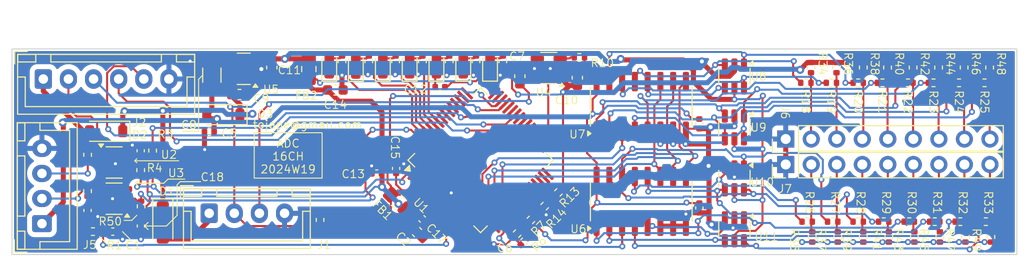
<source format=kicad_pcb>
(kicad_pcb (version 20240108) (generator "pcbnew") (generator_version "8.0")
  (layers (0 "F.Cu" signal) (31 "B.Cu" signal) (34 "B.Paste" user) (35 "F.Paste" user) (36 "B.SilkS" user "B.Silkscreen") (37 "F.SilkS" user "F.Silkscreen") (38 "B.Mask" user) (39 "F.Mask" user) (44 "Edge.Cuts" user))
  (net 0 "")
  (net 1 "NRST")
  (net 2 "GND")
  (net 3 "VDD")
  (net 4 "+5V")
  (net 5 "+3.3VADC")
  (net 6 "VDC")
  (net 7 "+3V3")
  (net 8 "SPWR")
  (net 9 "HALF5V")
  (net 10 "PD0")
  (net 11 "PC9")
  (net 12 "PC7")
  (net 13 "PD9")
  (net 14 "PB12")
  (net 15 "PB15")
  (net 16 "SWCLK_BT0")
  (net 17 "SWDIO")
  (net 18 "U1TX")
  (net 19 "U1RX")
  (net 20 "PB11")
  (net 21 "PD1")
  (net 22 "PB14")
  (net 23 "PD3")
  (net 24 "BLUE3")
  (net 25 "BLUE2")
  (net 26 "START")
  (net 27 "U3RX")
  (net 28 "BLUE1")
  (net 29 "GREEN")
  (net 30 "RED")
  (net 31 "ANREFIN")
  (net 32 "PD8")
  (net 33 "PB10")
  (net 34 "PC8")
  (net 35 "PB13")
  (net 36 "PC6")
  (net 37 "PD2")
  (net 38 "PC5")
  (net 39 "PC11")
  (net 40 "PB0")
  (net 41 "PB1")
  (net 42 "PB2")
  (net 43 "PC13")
  (net 44 "PC12")
  (net 45 "PC1")
  (net 46 "ENSPWR")
  (net 47 "PF1")
  (net 48 "PC3")
  (net 49 "PC0")
  (net 50 "PF0")
  (net 51 "PC14")
  (net 52 "PC4")
  (net 53 "PC2")
  (net 54 "PC15")
  (net 55 "U3TX")
  (net 56 "PC10")
  (net 57 "PD4")
  (net 58 "PD5")
  (net 59 "AN0")
  (net 60 "PD6")
  (net 61 "AN1")
  (net 62 "Net-(D1-A)")
  (net 63 "Net-(D2-A)")
  (net 64 "Net-(D4-A)")
  (net 65 "Net-(D5-A)")
  (net 66 "Net-(D6-A)")
  (net 67 "Net-(D7-A)")
  (net 68 "Net-(D8-A)")
  (net 69 "Net-(D9-A)")
  (net 70 "Net-(D10-A)")
  (net 71 "Net-(J5-Pin_2)")
  (net 72 "Net-(J5-Pin_3)")
  (net 73 "Net-(J6-Pin_7)")
  (net 74 "Net-(J6-Pin_4)")
  (net 75 "Net-(J6-Pin_9)")
  (net 76 "Net-(J6-Pin_5)")
  (net 77 "Net-(J6-Pin_3)")
  (net 78 "Net-(J6-Pin_8)")
  (net 79 "Net-(J6-Pin_2)")
  (net 80 "Net-(J6-Pin_6)")
  (net 81 "Net-(J7-Pin_9)")
  (net 82 "Net-(J7-Pin_6)")
  (net 83 "Net-(J7-Pin_4)")
  (net 84 "Net-(J7-Pin_5)")
  (net 85 "Net-(J7-Pin_7)")
  (net 86 "Net-(J7-Pin_2)")
  (net 87 "Net-(J7-Pin_3)")
  (net 88 "Net-(J7-Pin_8)")
  (net 89 "Net-(U4-ISET)")
  (net 90 "Net-(U7-X0)")
  (net 91 "Net-(U7-X1)")
  (net 92 "Net-(U7-X2)")
  (net 93 "Net-(U7-X3)")
  (net 94 "Net-(U7-X4)")
  (net 95 "Net-(U7-X5)")
  (net 96 "Net-(U7-X6)")
  (net 97 "Net-(U7-X7)")
  (net 98 "Net-(U10-IO2)")
  (net 99 "Net-(U10-IO1)")
  (net 100 "Net-(U10-IO4)")
  (net 101 "Net-(U10-IO3)")
  (net 102 "Net-(U11-IO2)")
  (net 103 "Net-(U11-IO1)")
  (net 104 "Net-(U11-IO3)")
  (net 105 "Net-(U11-IO4)")
  (net 108 "ADA")
  (net 110 "ADB")
  (net 111 "ADC")
  (footprint "Inductor_SMD:L_0805_2012Metric_Pad1.15x1.40mm_HandSolder" (layer "F.Cu") (at 138.43 115.2652 -45)
    (property "Reference" "FB1")
    (property "Value" "CBM201209U601T")
  )
  (footprint "Resistor_SMD:R_0402_1005Metric" (layer "F.Cu") (at 194.879 118.745 90)
    (property "Reference" "R47")
    (property "Value" "2k2")
  )
  (footprint "LED_SMD:LED_0603_1608Metric" (layer "F.Cu") (at 142.24 101.727 90)
    (property "Reference" "D8" (hide yes))
    (property "Value" "RED")
  )
  (footprint "Connector_JST:JST_XH_B6B-XH-A_1x06_P2.50mm_Vertical" (layer "F.Cu") (at 103.117 102.997)
    (property "Reference" "J2")
    (property "Value" "BOOTLDR")
  )
  (footprint "Capacitor_SMD:C_0402_1005Metric" (layer "F.Cu") (at 136.2964 112.4204 180)
    (property "Reference" "C13")
    (property "Value" "100nF")
  )
  (footprint "Package_TO_SOT_SMD:SOT-23-6" (layer "F.Cu") (at 171.892 107.826666 -90)
    (property "Reference" "U9")
    (property "Value" "SRV05-4")
  )
  (footprint "Package_TO_SOT_SMD:SOT-23-5" (layer "F.Cu") (at 110.1653 111.318)
    (property "Reference" "U2")
    (property "Value" "74LVC1G07")
  )
  (footprint "Resistor_SMD:R_0402_1005Metric" (layer "F.Cu") (at 187.259 118.745 90)
    (property "Reference" "R41")
    (property "Value" "2k2")
  )
  (footprint "Resistor_SMD:R_0402_1005Metric" (layer "F.Cu") (at 112.8515 115.6916 90)
    (property "Reference" "R50")
    (property "Value" "4k7")
  )
  (footprint "Resistor_SMD:R_0402_1005Metric" (layer "F.Cu") (at 184.211 117.221 180)
    (property "Reference" "R28")
    (property "Value" "1k0")
  )
  (footprint "Resistor_SMD:R_0402_1005Metric" (layer "F.Cu") (at 197.292 101.854 -90)
    (property "Reference" "R48")
    (property "Value" "2k2")
  )
  (footprint "Connector_JST:JST_XH_B4B-XH-A_1x04_P2.50mm_Vertical" (layer "F.Cu") (at 102.98 117.415 90)
    (property "Reference" "J5")
    (property "Value" "NODE")
  )
  (footprint "Resistor_SMD:R_0402_1005Metric" (layer "F.Cu") (at 184.719 118.745 90)
    (property "Reference" "R39")
    (property "Value" "2k2")
  )
  (footprint "Resistor_SMD:R_0402_1005Metric" (layer "F.Cu") (at 189.672 101.854 -90)
    (property "Reference" "R42")
    (property "Value" "2k2")
  )
  (footprint "Resistor_SMD:R_0402_1005Metric" (layer "F.Cu") (at 156.464 100.838)
    (property "Reference" "R10")
    (property "Value" "6k8")
  )
  (footprint "Capacitor_SMD:C_0402_1005Metric" (layer "F.Cu") (at 138.2268 111.9124 90)
    (property "Reference" "C15")
    (property "Value" "100nF")
  )
  (footprint "Package_SO:SOIC-16_3.9x9.9mm_P1.27mm" (layer "F.Cu") (at 162.621 115.189 90)
    (property "Reference" "U6")
    (property "Value" "CD4051B")
  )
  (footprint "Resistor_SMD:R_0402_1005Metric" (layer "F.Cu") (at 186.751 117.221 180)
    (property "Reference" "R29")
    (property "Value" "1k0")
  )
  (footprint "LED_SMD:LED_0603_1608Metric" (layer "F.Cu") (at 134.216 101.7505 90)
    (property "Reference" "D5" (hide yes))
    (property "Value" "BLUE")
  )
  (footprint "Package_TO_SOT_SMD:SOT-23-5" (layer "F.Cu") (at 153.416 101.9048 180)
    (property "Reference" "U4")
    (property "Value" "MT9700")
  )
  (footprint "Package_TO_SOT_SMD:SOT-23-6" (layer "F.Cu") (at 171.892 102.7485 -90)
    (property "Reference" "U8")
    (property "Value" "SRV05-4")
  )
  (footprint "Capacitor_SMD:C_0402_1005Metric" (layer "F.Cu") (at 142.5956 103.7844 180)
    (property "Reference" "C12")
    (property "Value" "100nF")
  )
  (footprint "Capacitor_SMD:C_0603_1608Metric" (layer "F.Cu") (at 156.2608 102.87 90)
    (property "Reference" "C10")
    (property "Value" "10u10V")
  )
  (footprint "Resistor_SMD:R_0402_1005Metric" (layer "F.Cu") (at 194.246 103.378 180)
    (property "Reference" "R24")
    (property "Value" "1k0")
  )
  (footprint "Resistor_SMD:R_0402_1005Metric" (layer "F.Cu") (at 194.752 101.854 -90)
    (property "Reference" "R46")
    (property "Value" "2k2")
  )
  (footprint "Connector_PinHeader_2.54mm:PinHeader_1x09_P2.54mm_Vertical" (layer "F.Cu") (at 177 108.98 90)
    (property "Reference" "J6")
    (property "Value" "Conn_01x09")
  )
  (footprint "Resistor_SMD:R_0402_1005Metric" (layer "F.Cu") (at 181.671 117.221 180)
    (property "Reference" "R27")
    (property "Value" "1k0")
  )
  (footprint "Resistor_SMD:R_0402_1005Metric" (layer "F.Cu") (at 107.5175 114.1676 90)
    (property "Reference" "R5" (hide yes))
    (property "Value" "4k7")
  )
  (footprint "Resistor_SMD:R_0402_1005Metric" (layer "F.Cu") (at 197.419 118.745 90)
    (property "Reference" "R49")
    (property "Value" "2k2")
  )
  (footprint "Resistor_SMD:R_0402_1005Metric" (layer "F.Cu") (at 194.371 117.221 180)
    (property "Reference" "R32")
    (property "Value" "1k0")
  )
  (footprint "Diode_SMD:D_SOD-123" (layer "F.Cu") (at 121.031 106.553 180)
    (property "Reference" "D3")
    (property "Value" "B5819W")
  )
  (footprint "Capacitor_SMD:C_0402_1005Metric" (layer "F.Cu") (at 168.402 115.852 -90)
    (property "Reference" "C19" (hide yes))
    (property "Value" "100nF")
  )
  (footprint "Capacitor_SMD:C_0402_1005Metric" (layer "F.Cu") (at 112.8268 117.6528 -90)
    (property "Reference" "C18")
    (property "Value" "100nF")
  )
  (footprint "Resistor_SMD:R_0402_1005Metric" (layer "F.Cu") (at 182.179 118.745 90)
    (property "Reference" "R37")
    (property "Value" "2k2")
  )
  (footprint "Resistor_SMD:R_0402_1005Metric" (layer "F.Cu") (at 146.177 101.219 90)
    (property "Reference" "R16" (hide yes))
    (property "Value" "4k7")
  )
  (footprint "Capacitor_SMD:C_1206_3216Metric" (layer "F.Cu") (at 119.888 102.616 90)
    (property "Reference" "C8")
    (property "Value" "22uF")
  )
  (footprint "Package_QFP:LQFP-64_10x10mm_P0.5mm" (layer "F.Cu") (at 146.6287 111.0894 45)
    (property "Reference" "U1")
    (property "Value" "STM32G070RBTx")
  )
  (footprint "Resistor_SMD:R_0402_1005Metric" (layer "F.Cu") (at 191.831 117.221 180)
    (property "Reference" "R31")
    (property "Value" "1k0")
  )
  (footprint "Resistor_SMD:R_0402_1005Metric" (layer "F.Cu") (at 138.176 101.219 90)
    (property "Reference" "R11" (hide yes))
    (property "Value" "4k7")
  )
  (footprint "Resistor_SMD:R_0402_1005Metric" (layer "F.Cu") (at 179.512 101.854 -90)
    (property "Reference" "R34")
    (property "Value" "2k2")
  )
  (footprint "Diode_SMD:D_SOD-123" (layer "F.Cu") (at 115.0112 117.2972 -90)
    (property "Reference" "D1")
    (property "Value" "B5819W")
  )
  (footprint "Resistor_SMD:R_0402_1005Metric" (layer "F.Cu") (at 154.3812 114.3 -135)
    (property "Reference" "R13")
    (property "Value" "2k2")
  )
  (footprint "Resistor_SMD:R_0402_1005Metric" (layer "F.Cu") (at 186.624 103.378 180)
    (property "Reference" "R21")
    (property "Value" "1k0")
  )
  (footprint "Resistor_SMD:R_0402_1005Metric" (layer "F.Cu") (at 192.212 101.854 -90)
    (property "Reference" "R44")
    (property "Value" "2k2")
  )
  (footprint "LED_SMD:LED_0603_1608Metric" (layer "F.Cu") (at 144.907 101.727 90)
    (property "Reference" "D9" (hide yes))
    (property "Value" "WHITE")
  )
  (footprint "Resistor_SMD:R_0402_1005Metric" (layer "F.Cu") (at 148.844 101.219 90)
    (property "Reference" "R17" (hide yes))
    (property "Value" "4k7")
  )
  (footprint "LED_SMD:LED_0603_1608Metric" (layer "F.Cu") (at 136.906 101.727 90)
    (property "Reference" "D6" (hide yes))
    (property "Value" "BLUE")
  )
  (footprint "Capacitor_SMD:C_0603_1608Metric" (layer "F.Cu") (at 132.1816 104.0892)
    (property "Reference" "C14")
    (property "Value" "1uF")
  )
  (footprint "Resistor_SMD:R_0402_1005Metric" (layer "F.Cu") (at 191.704 103.378 180)
    (property "Reference" "R23")
    (property "Value" "1k0")
  )
  (footprint "Package_TO_SOT_SMD:SOT-23-6" (layer "F.Cu") (at 171.892 117.983 -90)
    (property "Reference" "U11")
    (property "Value" "SRV05-4")
  )
  (footprint "LED_SMD:LED_0603_1608Metric" (layer "F.Cu") (at 139.573 101.727 90)
    (property "Reference" "D7" (hide yes))
    (property "Value" "GREEN")
  )
  (footprint "Package_TO_SOT_SMD:SOT-23-5" (layer "F.Cu") (at 110.1591 114.9296 180)
    (property "Reference" "U3")
    (property "Value" "74LVC1G07")
  )
  (footprint "Capacitor_SMD:C_0402_1005Metric" (layer "F.Cu") (at 119.634 108.2548 180)
    (property "Reference" "C5")
    (property "Value" "100nF")
  )
  (footprint "Package_SO:SOIC-16_3.9x9.9mm_P1.27mm" (layer "F.Cu") (at 162.621 105.729 90)
    (property "Reference" "U7")
    (property "Value" "CD4051B")
  )
  (footprint "Resistor_SMD:R_0402_1005Metric" (layer "F.Cu") (at 189.799 118.745 90)
    (property "Reference" "R43")
    (property "Value" "2k2")
  )
  (footprint "Capacitor_SMD:C_0402_1005Metric" (layer "F.Cu") (at 107.5175 116.098 -90)
    (property "Reference" "C4" (hide yes))
    (property "Value" "100nF")
  )
  (footprint "LED_SMD:LED_0603_1608Metric" (layer "F.Cu") (at 131.572 101.727 90)
    (property "Reference" "D4" (hide yes))
    (property "Value" "BLUE")
  )
  (footprint "Capacitor_SMD:C_0402_1005Metric" (layer "F.Cu") (at 140.8176 116.9416 -45)
    (property "Reference" "C17")
    (property "Value" "100nF")
  )
  (footprint "Resistor_SMD:R_0402_1005Metric" (layer "F.Cu") (at 184.211 103.378 180)
    (property "Reference" "R20")
    (property "Value" "1k0")
  )
  (footprint "Resistor_SMD:R_0402_1005Metric" (layer "F.Cu") (at 189.164 103.378 180)
    (property "Reference" "R22")
    (property "Value" "1k0")
  )
  (footprint "Capacitor_SMD:C_0603_1608Metric" (layer "F.Cu") (at 122.6312 104.5464)
    (property "Reference" "C9")
    (property "Value" "1uF")
  )
  (footprint "Resistor_SMD:R_0402_1005Metric" (layer "F.Cu") (at 132.842 101.219 90)
    (property "Reference" "R8" (hide yes))
    (property "Value" "4k7")
  )
  (footprint "Resistor_SMD:R_0402_1005Metric" (layer "F.Cu") (at 150.2664 118.4148 -135)
    (property "Reference" "R7")
    (property "Value" "4k7")
  )
  (footprint "Resistor_SMD:R_0402_1005Metric" (layer "F.Cu") (at 192.339 118.745 90)
    (property "Reference" "R45")
    (property "Value" "2k2")
  )
  (footprint "Capacitor_SMD:C_0402_1005Metric" (layer "F.Cu") (at 168.402 107.47 -90)
    (property "Reference" "C20" (hide yes))
    (property "Value" "100nF")
  )
  (footprint "LED_SMD:LED_0603_1608Metric" (layer "F.Cu") (at 147.574 101.727 90)
    (property "Reference" "D10" (hide yes))
    (property "Value" "YELLOW")
  )
  (footprint "Capacitor_SMD:C_0402_1005Metric" (layer "F.Cu") (at 112.8069 110.1496 90)
    (property "Reference" "C3" (hide yes))
    (property "Value" "100nF")
  )
  (footprint "Resistor_SMD:R_0402_1005Metric" (layer "F.Cu") (at 196.911 117.221 180)
    (property "Reference" "R33")
    (property "Value" "1k0")
  )
  (footprint "Inductor_SMD:L_0805_2012Metric_Pad1.15x1.40mm_HandSolder" (layer "F.Cu") (at 129.54 102.0064 90)
    (property "Reference" "FB2")
    (property "Value" "CBM201209U601T")
  )
  (footprint "Resistor_SMD:R_0402_1005Metric" (layer "F.Cu") (at 196.784 103.378 180)
    (property "Reference" "R25")
    (property "Value" "1k0")
  )
  (footprint "Resistor_SMD:R_0402_1005Metric" (layer "F.Cu") (at 153.0096 115.6716 -135)
    (property "Reference" "R14")
    (property "Value" "2k2")
  )
  (footprint "Capacitor_SMD:C_0603_1608Metric" (layer "F.Cu") (at 125.857 101.854 -90)
    (property "Reference" "C11")
    (property "Value" "1uF")
  )
  (footprint "Resistor_SMD:R_0402_1005Metric" (layer "F.Cu") (at 140.843 101.221 90)
    (property "Reference" "R12" (hide yes))
    (property "Value" "4k7")
  )
  (footprint "Resistor_SMD:R_0402_1005Metric" (layer "F.Cu") (at 179.131 117.221 180)
    (property "Reference" "R26")
    (property "Value" "1k0")
  )
  (footprint "Capacitor_SMD:C_0603_1608Metric" (layer "F.Cu") (at 150.5403 102.7176 90)
    (property "Reference" "C7")
    (property "Value" "10u10V")
  )
  (footprint "Package_TO_SOT_SMD:SOT-23" (layer "F.Cu") (at 123.063 101.981 180)
    (property "Reference" "U5")
    (property "Value" "HXY6206I-3V3")
  )
  (footprint "Connector_JST:JST_XH_B4B-XH-A_1x04_P2.50mm_Vertical" (layer "F.Cu") (at 119.6232 116.3828)
    (property "Reference" "J1")
    (property "Value" "SWD")
  )
  (footprint "Package_TO_SOT_SMD:SOT-23-6" (layer "F.Cu") (at 171.892 112.904832 -90)
    (property "Reference" "U10")
    (property "Value" "SRV05-4")
  )
  (footprint "Resistor_SMD:R_0402_1005Metric" (layer "F.Cu") (at 130.6576 117.0432 90)
    (property "Reference" "R2" (hide yes))
    (property "Value" "4k7")
  )
  (footprint "Resistor_SMD:R_0402_1005Metric" (layer "F.Cu") (at 189.291 117.221 180)
    (property "Reference" "R30")
    (property "Value" "1k0")
  )
  (footprint "Resistor_SMD:R_0402_1005Metric" (layer "F.Cu") (at 112.8069 112.08 -90)
    (property "Reference" "R4")
    (property "Value" "4k7")
  )
  (footprint "Resistor_SMD:R_0402_1005Metric" (layer "F.Cu") (at 143.51 101.219 90)
    (property "Reference" "R15" (hide yes))
    (property "Value" "4k7")
  )
  (footprint "Resistor_SMD:R_0402_1005Metric" (layer "F.Cu") (at 184.719 101.854 -90)
    (property "Reference" "R38")
    (property "Value" "2k2")
  )
  (footprint "Resistor_SMD:R_0402_1005Metric" (layer "F.Cu") (at 181.544 103.378 180)
    (property "Reference" "R19")
    (property "Value" "1k0")
  )
  (footprint "Resistor_SMD:R_0402_1005Metric" (layer "F.Cu") (at 182.052 101.854 -90)
    (property "Reference" "R36")
    (property "Value" "2k2")
  )
  (footprint "Resistor_SMD:R_0402_1005Metric" (layer "F.Cu") (at 179.004 103.378 180)
    (property "Reference" "R18")
    (property "Value" "1k0")
  )
  (footprint "Resistor_SMD:R_0402_1005Metric" (layer "F.Cu") (at 187.132 101.854 -90)
    (property "Reference" "R40")
    (property "Value" "2k2")
  )
  (footprint "Resistor_SMD:R_0402_1005Metric" (layer "F.Cu") (at 135.509 101.217 90)
    (property "Reference" "R9" (hide yes))
    (property "Value" "4k7")
  )
  (footprint "Diode_SMD:D_SOD-123" (layer "F.Cu") (at 109.3724 108.204 180)
    (property "Reference" "D2")
    (property "Value" "B5819W")
  )
  (footprint "Resistor_SMD:R_0402_1005Metric" (layer "F.Cu") (at 108.0516 118.2116)
    (property "Reference" "R1")
    (property "Value" "4k7")
  )
  (footprint "Capacitor_SMD:C_0603_1608Metric" (layer "F.Cu") (at 140.3096 118.2624 -45)
    (property "Reference" "C2")
    (property "Value" "1uF")
  )
  (footprint "Capacitor_SMD:C_0402_1005Metric" (layer "F.Cu") (at 150.9776 119.1768 -135)
    (property "Reference" "C6")
    (property "Value" "100nF")
  )
  (footprint "Resistor_SMD:R_0402_1005Metric" (layer "F.Cu") (at 113.9952 110.1344 -90)
    (property "Reference" "R3")
    (property "Value" "2k2")
  )
  (footprint "Connector_PinHeader_2.54mm:PinHeader_1x09_P2.54mm_Vertical" (layer "F.Cu") (at 177 111.52 90)
    (property "Reference" "J7")
    (property "Value" "Conn_01x09")
  )
  (footprint "Capacitor_SMD:C_0402_1005Metric" (layer "F.Cu") (at 110.0328 118.2116)
    (property "Reference" "C1")
    (property "Value" "100nF")
  )
  (footprint "Resistor_SMD:R_0402_1005Metric" (layer "F.Cu") (at 107.5237 110.554 -90)
    (property "Reference" "R51" (hide yes))
    (property "Value" "4k7")
  )
  (footprint "Resistor_SMD:R_0402_1005Metric" (layer "F.Cu") (at 179.639 118.745 90)
    (property "Reference" "R35")
    (property "Value" "2k2")
  )
  (footprint "Resistor_SMD:R_0402_1005Metric" (layer "F.Cu") (at 151.638 117.0432 -135)
    (property "Reference" "R6")
    (property "Value" "4k7")
  )
  (gr_line (start 116.586 111.1504) (end 112.2172 111.1504) (stroke (width 0.1)) (layer "F.SilkS"))
  (gr_line (start 116.967 108.204) (end 118.491 108.204) (stroke (width 0.1)) (layer "F.SilkS"))
  (gr_line (start 113.1868 117.6528) (end 113.5424 117.2972) (stroke (width 0.1)) (layer "F.SilkS"))
  (gr_line (start 115.1128 113.3856) (end 115.5192 112.9792) (stroke (width 0.1)) (layer "F.SilkS"))
  (gr_line (start 116.4336 116.586) (end 115.3668 117.6528) (stroke (width 0.1)) (layer "F.SilkS"))
  (gr_line (start 115.5192 112.9792) (end 117.1956 112.9792) (stroke (width 0.1)) (layer "F.SilkS"))
  (gr_line (start 118.7704 113.2332) (end 116.7384 113.2332) (stroke (width 0.1)) (layer "F.SilkS"))
  (gr_line (start 112.2172 111.1504) (end 112.4204 111.3536) (stroke (width 0.1)) (layer "F.SilkS"))
  (gr_line (start 112.2172 111.1504) (end 112.4204 110.9472) (stroke (width 0.1)) (layer "F.SilkS"))
  (gr_line (start 110.998 118.2116) (end 111.7092 118.9228) (stroke (width 0.1)) (layer "F.SilkS"))
  (gr_line (start 118.5716 103.0224) (end 118.5716 108.204) (stroke (width 0.1)) (layer "F.SilkS"))
  (gr_line (start 116.7384 113.2332) (end 116.4336 113.538) (stroke (width 0.1)) (layer "F.SilkS"))
  (gr_line (start 115.1128 113.3856) (end 112.268 113.3856) (stroke (width 0.1)) (layer "F.SilkS"))
  (gr_line (start 115.3668 117.6528) (end 113.1868 117.6528) (stroke (width 0.1)) (layer "F.SilkS"))
  (gr_line (start 116.4336 113.538) (end 116.4336 116.586) (stroke (width 0.1)) (layer "F.SilkS"))
  (gr_line (start 112.268 113.3856) (end 112.469869 113.587469) (stroke (width 0.1)) (layer "F.SilkS"))
  (gr_line (start 112.268 113.3856) (end 112.4712 113.1824) (stroke (width 0.1)) (layer "F.SilkS"))
  (gr_line (start 108.712 118.7196) (end 109.474 119.4816) (stroke (width 0.1)) (layer "F.SilkS"))
  (gr_line (start 118.978 102.616) (end 118.5716 103.0224) (stroke (width 0.1)) (layer "F.SilkS"))
  (gr_line (start 113.1868 117.6528) (end 113.538 118.004) (stroke (width 0.1)) (layer "F.SilkS"))
  (gr_line (start 111.9124 117.094) (end 111.1504 117.094) (stroke (width 0.1)) (layer "F.SilkS"))
  (gr_line (start 112.4204 116.586) (end 111.9124 117.094) (stroke (width 0.1)) (layer "F.SilkS"))
  (gr_line (start 112.4712 113.1824) (end 112.268 113.3856) (stroke (width 0.1)) (layer "F.SilkS"))
  (gr_rect (start 100 100) (end 200 120.5) (stroke (width 0.1)) (fill none) (layer "Edge.Cuts"))
  (gr_text "tojape@gmail.com" (at 123.9012 108.0008 0) (layer "F.SilkS") (effects (font (size 0.8 0.8) (thickness 0.1)) (justify left bottom)))
  (gr_text_box "ADC 16CH\n2024W19" (start 124.1044 108.3564) (end 130.8608 112.8776) (layer "F.SilkS") (effects (font (size 0.8 0.8) (thickness 0.1)) (justify top)) (border yes) (stroke (width 0.1)))
  (segment (start 108.5616 118.2604) (end 107.8992 118.9228) (width 0.2) (layer "F.Cu") (net 1))
  (segment (start 109.0676 118.2116) (end 109.0676 119.5324) (width 0.2) (layer "F.Cu") (net 1))
  (segment (start 108.5616 118.2116) (end 108.5616 118.2604) (width 0.2) (layer "F.Cu") (net 1))
  (segment (start 143.2052 119.4308) (end 143.2052 116.987774) (width 0.2) (layer "F.Cu") (net 1))
  (segment (start 143.2052 116.987774) (end 143.853306 116.339668) (width 0.2) (layer "F.Cu") (net 1))
  (segment (start 109.0676 118.2116) (end 108.5616 118.2116) (width 0.2) (layer "F.Cu") (net 1))
  (segment (start 106.172 109.1692) (end 108.105896 109.1692) (width 0.2) (layer "F.Cu") (net 1))
  (segment (start 108.4724 107.3548) (end 107.8484 106.7308) (width 0.2) (layer "F.Cu") (net 1))
  (segment (start 108.4724 108.802696) (end 108.4724 107.3548) (width 0.2) (layer "F.Cu") (net 1))
  (segment (start 105.8164 118.3132) (end 105.8164 109.5248) (width 0.2) (layer "F.Cu") (net 1))
  (segment (start 105.8164 109.5248) (end 106.172 109.1692) (width 0.2) (layer "F.Cu") (net 1))
  (segment (start 106.426 106.7308) (end 105.617 105.9218) (width 0.2) (layer "F.Cu") (net 1))
  (segment (start 109.5528 118.2116) (end 109.0676 118.2116) (width 0.2) (layer "F.Cu") (net 1))
  (segment (start 106.426 118.9228) (end 105.8164 118.3132) (width 0.2) (layer "F.Cu") (net 1))
  (segment (start 107.8992 118.9228) (end 106.426 118.9228) (width 0.2) (layer "F.Cu") (net 1))
  (segment (start 108.105896 109.1692) (end 108.4724 108.802696) (width 0.2) (layer "F.Cu") (net 1))
  (segment (start 107.8484 106.7308) (end 106.426 106.7308) (width 0.2) (layer "F.Cu") (net 1))
  (segment (start 105.617 105.9218) (end 105.617 102.997) (width 0.2) (layer "F.Cu") (net 1))
  (via (at 143.2052 119.4308) (size 0.6) (drill 0.3) (layers "F.Cu" "B.Cu") (net 1))
  (via (at 109.0676 119.5324) (size 0.6) (drill 0.3) (layers "F.Cu" "B.Cu") (net 1))
  (segment (start 109.1088 119.5736) (end 109.0676 119.5324) (width 0.2) (layer "B.Cu") (net 1))
  (segment (start 113.116529 119.5324) (end 113.075329 119.5736) (width 0.2) (layer "B.Cu") (net 1))
  (segment (start 143.2052 119.4308) (end 143.1036 119.5324) (width 0.2) (layer "B.Cu") (net 1))
  (segment (start 113.075329 119.5736) (end 109.1088 119.5736) (width 0.2) (layer "B.Cu") (net 1))
  (segment (start 143.1036 119.5324) (end 113.116529 119.5324) (width 0.2) (layer "B.Cu") (net 1))
  (segment (start 131.572 102.5145) (end 132.7395 102.5145) (width 0.2) (layer "F.Cu") (net 2))
  (segment (start 168.402 116.332) (end 169.3672 116.332) (width 0.5) (layer "F.Cu") (net 2))
  (segment (start 169.3672 107.95) (end 168.402 107.95) (width 0.5) (layer "F.Cu") (net 2))
  (segment (start 132.9566 104.0892) (end 132.841 103.9736) (width 0.5) (layer "F.Cu") (net 2))
  (segment (start 110.5128 118.4884) (end 110.998 118.9736) (width 0.2) (layer "F.Cu") (net 2))
  (segment (start 171.892 117.704214) (end 171.892 116.8455) (width 0.2) (layer "F.Cu") (net 2))
  (segment (start 167.066 117.664) (end 164.526 117.664) (width 0.5) (layer "F.Cu") (net 2))
  (segment (start 167.030999 109.474) (end 169.3164 109.474) (width 0.5) (layer "F.Cu") (net 2))
  (segment (start 124.0005 102.8215) (end 124.8156 102.0064) (width 0.5) (layer "F.Cu") (net 2))
  (segment (start 135.8164 112.4204) (end 135.8164 111.6864) (width 0.2) (layer "F.Cu") (net 2))
  (segment (start 111.2966 113.9796) (end 110.634101 113.9796) (width 0.2) (layer "F.Cu") (net 2))
  (segment (start 150.5403 101.9426) (end 151.9806 101.9426) (width 0.5) (layer "F.Cu") (net 2))
  (segment (start 130.6576 116.5332) (end 127.2736 116.5332) (width 0.2) (layer "F.Cu") (net 2))
  (segment (start 169.3164 108.0008) (end 169.5196 107.7976) (width 0.5) (layer "F.Cu") (net 2))
  (segment (start 167.030999 109.474) (end 167.066 109.438999) (width 0.2) (layer "F.Cu") (net 2))
  (segment (start 138.11297 102.5145) (end 138.136735 102.538265) (width 0.2) (layer "F.Cu") (net 2))
  (segment (start 111.2966 115.8796) (end 110.634101 115.8796) (width 0.2) (layer "F.Cu") (net 2))
  (segment (start 169.3672 116.332) (end 169.3672 115.7224) (width 0.5) (layer "F.Cu") (net 2))
  (segment (start 140.857608 118.810408) (end 140.857608 117.580414) (width 0.2) (layer "F.Cu") (net 2))
  (segment (start 168.402 116.332) (end 167.193 116.332) (width 0.5) (layer "F.Cu") (net 2))
  (segment (start 169.3164 109.474) (end 169.3164 108.0008) (width 0.5) (layer "F.Cu") (net 2))
  (segment (start 110.0067 114.607001) (end 110.0067 114.9296) (width 0.2) (layer "F.Cu") (net 2))
  (segment (start 127.2736 116.5332) (end 127.1232 116.3828) (width 0.2) (layer "F.Cu") (net 2))
  (segment (start 109.0278 112.268) (end 109.4693 112.268) (width 0.2) (layer "F.Cu") (net 2))
  (segment (start 142.24 102.5145) (end 143.1545 102.5145) (width 0.2) (layer "F.Cu") (net 2))
  (segment (start 149.20611 119.47509) (end 147.958881 119.47509) (width 0.2) (layer "F.Cu") (net 2))
  (segment (start 149.905776 118.775424) (end 149.20611 119.47509) (width 0.2) (layer "F.Cu") (net 2))
  (segment (start 171.892 102.2248) (end 171.3933 102.7235) (width 0.5) (layer "F.Cu") (net 2))
  (segment (start 165.796 108.204) (end 165.796 109.474) (width 0.2) (layer "F.Cu") (net 2))
  (segment (start 171.3933 102.7235) (end 170.0335 102.7235) (width 0.5) (layer "F.Cu") (net 2))
  (segment (start 169.3672 117.2464) (end 169.3672 115.7224) (width 0.5) (layer "F.Cu") (net 2))
  (segment (start 167.066 117.664) (end 167.066 116.459) (width 0.2) (layer "F.Cu") (net 2))
  (segment (start 138.966 111.4324) (end 138.9888 111.4552) (width 0.2) (layer "F.Cu") (net 2))
  (segment (start 142.1156 102.6389) (end 142.24 102.5145) (width 0.2) (layer "F.Cu") (net 2))
  (segment (start 168.402 107.95) (end 167.32 107.95) (width 0.2) (layer "F.Cu") (net 2))
  (segment (start 132.7395 102.5145) (end 132.841 102.616) (width 0.2) (layer "F.Cu") (net 2))
  (segment (start 109.0278 110.368) (end 109.380852 110.368) (width 0.2) (layer "F.Cu") (net 2))
  (segment (start 123.33 104.521) (end 123.33 103.6015) (width 0.5) (layer "F.Cu") (net 2))
  (segment (start 110.634101 113.9796) (end 110.0067 114.607001) (width 0.2) (layer "F.Cu") (net 2))
  (segment (start 112.8069 109.6696) (end 112.057441 109.6696) (width 0.2) (layer "F.Cu") (net 2))
  (segment (start 167.193 116.332) (end 167.066 116.459) (width 0.5) (layer "F.Cu") (net 2))
  (segment (start 124.0005 102.931) (end 124.0005 102.8215) (width 0.5) (layer "F.Cu") (net 2))
  (segment (start 171.755282 117.840932) (end 171.892 117.704214) (width 0.2) (layer "F.Cu") (net 2))
  (segment (start 171.892 101.611) (end 171.892 102.2248) (width 0.5) (layer "F.Cu") (net 2))
  (segment (start 107.5175 116.578) (end 108.4039 116.578) (width 0.2) (layer "F.Cu") (net 2))
  (segment (start 140.4112 102.5145) (end 139.573 102.5145) (width 0.2) (layer "F.Cu") (net 2))
  (segment (start 134.216 102.538) (end 135.416235 102.538) (width 0.2) (layer "F.Cu") (net 2))
  (segment (start 135.416235 102.538) (end 135.417 102.538765) (width 0.2) (layer "F.Cu") (net 2))
  (segment (start 169.3672 115.7224) (end 169.3672 111.7092) (width 0.5) (layer "F.Cu") (net 2))
  (segment (start 177 108.98) (end 177 111.52) (width 0.5) (layer "F.Cu") (net 2))
  (segment (start 150.638189 119.516211) (end 150.638189 119.507837) (width 0.2) (layer "F.Cu") (net 2))
  (segment (start 156.974 100.838) (end 156.974 101.3818) (width 0.2) (layer "F.Cu") (net 2))
  (segment (start 141.6304 116.807622) (end 141.157011 117.281011) (width 0.2) (layer "F.Cu") (net 2))
  (segment (start 110.0067 115.252199) (end 110.0067 114.9296) (width 0.2) (layer "F.Cu") (net 2))
  (segment (start 153.5814 101.9426) (end 153.5684 101.9556) (width 0.5) (layer "F.Cu") (net 2))
  (segment (start 145.8215 102.5145) (end 145.923 102.616) (width 0.2) (layer "F.Cu") (net 2))
  (segment (start 142.792646 115.271354) (end 143.7132 114.3508) (width 0.2) (layer "F.Cu") (net 2))
  (segment (start 142.792646 115.279008) (end 141.6304 116.441254) (width 0.2) (layer "F.Cu") (net 2))
  (segment (start 132.841 103.9736) (end 132.841 102.616) (width 0.5) (layer "F.Cu") (net 2))
  (segment (start 110.2923 111.279448) (end 110.2923 111.445) (width 0.2) (layer "F.Cu") (net 2))
  (segment (start 152.648976 116.032224) (end 152.659024 116.032224) (width 0.2) (layer "F.Cu") (net 2))
  (segment (start 150.638189 119.507837) (end 149.905776 118.775424) (width 0.2) (layer "F.Cu") (net 2))
  (segment (start 117.807 101.141) (end 117.729 101.219) (width 0.5) (layer "F.Cu") (net 2))
  (segment (start 143.1545 102.5145) (end 143.256 102.616) (width 0.2) (layer "F.Cu") (net 2))
  (segment (start 119.154 108.2548) (end 119.154 110.01) (width 0.5) (layer "F.Cu") (net 2))
  (segment (start 169.3672 111.7092) (end 169.3164 111.6584) (width 0.5) (layer "F.Cu") (net 2))
  (segment (start 169.3164 111.6584) (end 169.3164 109.474) (width 0.5) (layer "F.Cu") (net 2))
  (segment (start 147.574 102.5145) (end 148.4885 102.5145) (width 0.2) (layer "F.Cu") (net 2))
  (segment (start 138.2268 111.4324) (end 138.966 111.4324) (width 0.2) (layer "F.Cu") (net 2))
  (segment (start 156.974 101.3818) (end 156.2608 102.095) (width 0.2) (layer "F.Cu") (net 2))
  (segment (start 169.5196 107.7976) (end 169.3672 107.95) (width 0.5) (layer "F.Cu") (net 2))
  (segment (start 164.526 108.204) (end 164.526 109.474) (width 0.2) (layer "F.Cu") (net 2))
  (segment (start 147.958881 119.47509) (end 147.951601 119.46781) (width 0.2) (layer "F.Cu") (net 2))
  (segment (start 156.2608 101.9426) (end 153.5814 101.9426) (width 0.5) (layer "F.Cu") (net 2))
  (segment (start 123.33 103.6015) (end 124.0005 102.931) (width 0.5) (layer "F.Cu") (net 2))
  (segment (start 119.154 110.01) (end 119.1768 110.0328) (width 0.5) (layer "F.Cu") (net 2))
  (segment (start 152.659024 116.032224) (end 153.162 116.5352) (width 0.2) (layer "F.Cu") (net 2))
  (segment (start 141.6304 116.441254) (end 141.6304 116.807622) (width 0.2) (layer "F.Cu") (net 2))
  (segment (start 108.4039 116.578) (end 108.5335 116.7076) (width 0.2) (layer "F.Cu") (net 2))
  (segment (start 112.8268 118.1328) (end 112.8268 118.9736) (width 0.2) (layer "F.Cu") (net 2))
  (segment (start 148.4885 102.5145) (end 148.59 102.616) (width 0.2) (layer "F.Cu") (net 2))
  (segment (start 140.857608 117.580414) (end 141.157011 117.281011) (width 0.2) (layer "F.Cu") (net 2))
  (segment (start 142.1156 103.7844) (end 142.1156 102.6389) (width 0.2) (layer "F.Cu") (net 2))
  (segment (start 110.5128 118.2116) (end 110.5128 118.4884) (width 0.2) (layer "F.Cu") (net 2))
  (segment (start 112.057441 109.6696) (end 111.974857 109.587016) (width 0.2) (layer "F.Cu") (net 2))
  (segment (start 109.380852 110.368) (end 110.2923 111.279448) (width 0.2) (layer "F.Cu") (net 2))
  (segment (start 167.066 109.438999) (end 167.066 108.204) (width 0.2) (layer "F.Cu") (net 2))
  (segment (start 109.4693 112.268) (end 110.2923 111.445) (width 0.2) (layer "F.Cu") (net 2))
  (segment (start 142.792646 115.279008) (end 142.792646 115.271354) (width 0.2) (layer "F.Cu") (net 2))
  (segment (start 171.892 111.767332) (end 171.892 112.776) (width 0.2) (layer "F.Cu") (net 2))
  (segment (start 151.9806 101.9426) (end 151.9936 101.9556) (width 0.5) (layer "F.Cu") (net 2))
  (segment (start 119.888 101.141) (end 117.807 101.141) (width 0.5) (layer "F.Cu") (net 2))
  (segment (start 136.906 102.5145) (end 138.11297 102.5145) (width 0.2) (layer "F.Cu") (net 2))
  (segment (start 135.8164 111.6864) (end 135.7884 111.6584) (width 0.2) (layer "F.Cu") (net 2))
  (segment (start 167.32 107.95) (end 167.066 108.204) (width 0.2) (layer "F.Cu") (net 2))
  (segment (start 170.0335 102.7235) (end 168.656 101.346) (width 0.5) (layer "F.Cu") (net 2))
  (segment (start 125.555 102.931) (end 125.857 102.629) (width 0.5) (layer "F.Cu") (net 2))
  (segment (start 144.907 102.5145) (end 145.8215 102.5145) (width 0.2) (layer "F.Cu") (net 2))
  (segment (start 171.892 106.689166) (end 171.892 107.696) (width 0.2) (layer "F.Cu") (net 2))
  (segment (start 168.656 101.346) (end 168.656 101.2444) (width 0.5) (layer "F.Cu") (net 2))
  (segment (start 110.634101 115.8796) (end 110.0067 115.252199) (width 0.2) (layer "F.Cu") (net 2))
  (segment (start 124.0005 102.931) (end 125.555 102.931) (width 0.5) (layer "F.Cu") (net 2))
  (segment (start 169.6212 117.5004) (end 169.3672 117.2464) (width 0.5) (layer "F.Cu") (net 2))
  (via (at 138.136735 102.538265) (size 0.6) (drill 0.3) (layers "F.Cu" "B.Cu") (net 2))
  (via (at 171.892 107.696) (size 0.6) (drill 0.3) (layers "F.Cu" "B.Cu") (net 2))
  (via (at 135.7884 111.6584) (size 0.6) (drill 0.3) (layers "F.Cu" "B.Cu") (net 2))
  (via (at 167.066 116.459) (size 0.6) (drill 0.3) (layers "F.Cu" "B.Cu") (net 2))
  (via (at 124.8156 102.0064) (size 0.8) (drill 0.4) (layers "F.Cu" "B.Cu") (net 2))
  (via (at 169.5196 107.7976) (size 0.8) (drill 0.4) (layers "F.Cu" "B.Cu") (net 2))
  (via (at 110.0067 114.9296) (size 0.6) (drill 0.3) (layers "F.Cu" "B.Cu") (net 2))
  (via (at 153.162 116.5352) (size 0.6) (drill 0.3) (layers "F.Cu" "B.Cu") (net 2))
  (via (at 145.923 102.616) (size 0.6) (drill 0.3) (layers "F.Cu" "B.Cu") (net 2))
  (via (at 143.256 102.616) (size 0.6) (drill 0.3) (layers "F.Cu" "B.Cu") (net 2))
  (via (at 140.4112 102.5145) (size 0.6) (drill 0.3) (layers "F.Cu" "B.Cu") (net 2))
  (via (at 108.5335 116.7076) (size 0.6) (drill 0.3) (layers "F.Cu" "B.Cu") (net 2))
  (via (at 153.5684 101.9556) (size 0.6) (drill 0.3) (layers "F.Cu" "B.Cu") (net 2))
  (via (at 135.417 102.538765) (size 0.6) (drill 0.3) (layers "F.Cu" "B.Cu") (net 2))
  (via (at 169.3164 111.6584) (size 0.8) (drill 0.4) (layers "F.Cu" "B.Cu") (net 2))
  (via (at 119.1768 110.0328) (size 0.6) (drill 0.3) (layers "F.Cu" "B.Cu") (net 2))
  (via (at 168.656 101.2444) (size 0.8) (drill 0.4) (layers "F.Cu" "B.Cu") (net 2))
  (via (at 117.729 101.219) (size 0.6) (drill 0.3) (layers "F.Cu" "B.Cu") (net 2))
  (via (at 167.030999 109.474) (size 0.6) (drill 0.3) (layers "F.Cu" "B.Cu") (net 2))
  (via (at 111.974857 109.587016) (size 0.6) (drill 0.3) (layers "F.Cu" "B.Cu") (net 2))
  (via (at 143.7132 114.3508) (size 0.6) (drill 0.3) (layers "F.Cu" "B.Cu") (net 2))
  (via (at 147.951601 119.46781) (size 0.6) (drill 0.3) (layers "F.Cu" "B.Cu") (net 2))
  (via (at 151.9936 101.9556) (size 0.6) (drill 0.3) (layers "F.Cu" "B.Cu") (net 2))
  (via (at 169.6212 117.5004) (size 0.8) (drill 0.4) (layers "F.Cu" "B.Cu") (net 2))
  (via (at 132.841 102.616) (size 0.6) (drill 0.3) (layers "F.Cu" "B.Cu") (net 2))
  (via (at 164.526 109.474) (size 0.6) (drill 0.3) (layers "F.Cu" "B.Cu") (net 2))
  (via (at 110.998 118.9736) (size 0.6) (drill 0.3) (layers "F.Cu" "B.Cu") (net 2))
  (via (at 112.8268 118.9736) (size 0.6) (drill 0.3) (layers "F.Cu" "B.Cu") (net 2))
  (via (at 110.2923 111.445) (size 0.6) (drill 0.3) (layers "F.Cu" "B.Cu") (net 2))
  (via (at 171.755282 117.840932) (size 0.6) (drill 0.3) (layers "F.Cu" "B.Cu") (net 2))
  (via (at 138.9888 111.4552) (size 0.6) (drill 0.3) (layers "F.Cu" "B.Cu") (net 2))
  (via (at 171.892 112.776) (size 0.6) (drill 0.3) (layers "F.Cu" "B.Cu") (net 2))
  (via (at 165.796 109.474) (size 0.6) (drill 0.3) (layers "F.Cu" "B.Cu") (net 2))
  (via (at 148.59 102.616) (size 0.6) (drill 0.3) (layers "F.Cu" "B.Cu") (net 2))
  (segment (start 169.8244 117.7036) (end 169.6212 117.5004) (width 0.5) (layer "B.Cu") (net 2))
  (segment (start 171.892 107.696) (end 169.6212 107.696) (width 0.5) (layer "B.Cu") (net 2))
  (segment (start 168.656 101.2444) (end 162.0012 101.2444) (width 0.5) (layer "B.Cu") (net 2))
  (segment (start 162.0012 101.2444) (end 161.29 101.9556) (width 0.5) (layer "B.Cu") (net 2))
  (segment (start 169.8244 117.7544) (end 169.8244 117.7036) (width 0.5) (layer "B.Cu") (net 2))
  (segment (start 169.6212 107.696) (end 169.5196 107.7976) (width 0.5) (layer "B.Cu") (net 2))
  (segment (start 171.755282 117.840932) (end 169.910932 117.840932) (width 0.5) (layer "B.Cu") (net 2))
  (segment (start 161.29 101.9556) (end 153.5684 101.9556) (width 0.5) (layer "B.Cu") (net 2))
  (segment (start 169.910932 117.840932) (end 169.8244 117.7544) (width 0.5) (layer "B.Cu") (net 2))
  (segment (start 139.865984 115.989984) (end 140.478189 116.602189) (width 0.2) (layer "F.Cu") (net 3))
  (segment (start 113.4968 114.27387) (end 113.4968 112.2599) (width 0.2) (layer "F.Cu") (net 3))
  (segment (start 112.8069 110.6296) (end 112.8069 111.57) (width 0.2) (layer "F.Cu") (net 3))
  (segment (start 109.0216 115.8796) (end 107.7791 115.8796) (width 0.2) (layer "F.Cu") (net 3))
  (segment (start 139.5476 114.0968) (end 138.800671 114.0968) (width 0.2) (layer "F.Cu") (net 3))
  (segment (start 129.54 103.0314) (end 129.54 103.632) (width 0.5) (layer "F.Cu") (net 3))
  (segment (start 112.8268 117.1728) (end 112.8268 116.2263) (width 0.2) (layer "F.Cu") (net 3))
  (segment (start 140.951578 116.1288) (end 140.478189 116.602189) (width 0.2) (layer "F.Cu") (net 3))
  (segment (start 136.823565 106.292765) (end 135.7376 105.2068) (width 0.5) (layer "F.Cu") (net 3))
  (segment (start 143.3068 103.7844) (end 143.0756 103.7844) (width 0.2) (layer "F.Cu") (net 3))
  (segment (start 107.7997 109.768) (end 111.1396 109.768) (width 0.2) (layer "F.Cu") (net 3))
  (segment (start 142.439092 114.925454) (end 141.661673 115.702873) (width 0.2) (layer "F.Cu") (net 3))
  (segment (start 146.171529 103.216) (end 146.523 102.864529) (width 0.2) (layer "F.Cu") (net 3))
  (segment (start 112.5735 116.4796) (end 112.8515 116.2016) (width 0.2) (layer "F.Cu") (net 3))
  (segment (start 145.573533 103.335637) (end 145.565096 103.3272) (width 0.2) (layer "F.Cu") (net 3))
  (segment (start 143.764 103.3272) (end 143.3068 103.7844) (width 0.2) (layer "F.Cu") (net 3))
  (segment (start 142.30291 113.647424) (end 142.681342 113.647424) (width 0.2) (layer "F.Cu") (net 3))
  (segment (start 141.731986 114.218348) (end 142.30291 113.647424) (width 0.2) (layer "F.Cu") (net 3))
  (segment (start 132.5242 105.2068) (end 131.4066 104.0892) (width 0.5) (layer "F.Cu") (net 3))
  (segment (start 111.3028 110.368) (end 112.5453 110.368) (width 0.2) (layer "F.Cu") (net 3))
  (segment (start 107.7791 115.8796) (end 107.5175 115.618) (width 0.2) (layer "F.Cu") (net 3))
  (segment (start 113.4968 112.2599) (end 112.8069 111.57) (width 0.2) (layer "F.Cu") (net 3))
  (segment (start 138.2268 113.522929) (end 138.2268 112.3924) (width 0.2) (layer "F.Cu") (net 3))
  (segment (start 135.7376 105.2068) (end 132.5242 105.2068) (width 0.5) (layer "F.Cu") (net 3))
  (segment (start 111.1396 109.768) (end 111.3028 109.9312) (width 0.2) (layer "F.Cu") (net 3))
  (segment (start 107.5175 115.618) (end 107.5175 114.6776) (width 0.2) (layer "F.Cu") (net 3))
  (segment (start 106.9075 116.228) (end 106.9075 117.5775) (width 0.2) (layer "F.Cu") (net 3))
  (segment (start 113.708265 114.485335) (end 113.4968 114.27387) (width 0.2) (layer "F.Cu") (net 3))
  (segment (start 140.4112 114.9604) (end 139.5476 114.0968) (width 0.2) (layer "F.Cu") (net 3))
  (segment (start 145.69317 103.216) (end 146.171529 103.216) (width 0.2) (layer "F.Cu") (net 3))
  (segment (start 130.311 103.0314) (end 129.54 103.0314) (width 0.2) (layer "F.Cu") (net 3))
  (segment (start 109.0216 115.8796) (end 109.6216 116.4796) (width 0.2) (layer "F.Cu") (net 3))
  (segment (start 146.523 102.864529) (end 146.523 102.075) (width 0.2) (layer "F.Cu") (net 3))
  (segment (start 141.731986 114.218348) (end 140.989934 114.9604) (width 0.2) (layer "F.Cu") (net 3))
  (segment (start 106.9075 117.5775) (end 107.5924 118.2624) (width 0.2) (layer "F.Cu") (net 3))
  (segment (start 139.154784 115.989984) (end 139.865984 115.989984) (width 0.2) (layer "F.Cu") (net 3))
  (segment (start 113.708265 114.485335) (end 113.708265 115.344835) (width 0.2) (layer "F.Cu") (net 3))
  (segment (start 138.800671 114.0968) (end 138.2268 113.522929) (width 0.2) (layer "F.Cu") (net 3))
  (segment (start 139.154784 115.989984) (end 139.002384 115.989984) (width 0.5) (layer "F.Cu") (net 3))
  (segment (start 143.010016 114.35453) (end 142.439092 114.925454) (width 0.2) (layer "F.Cu") (net 3))
  (segment (start 141.661673 115.702873) (end 141.235746 116.1288) (width 0.2) (layer "F.Cu") (net 3))
  (segment (start 112.5453 110.368) (end 112.8069 110.6296) (width 0.2) (layer "F.Cu") (net 3))
  (segment (start 142.681342 113.647424) (end 143.010016 113.976098) (width 0.2) (layer "F.Cu") (net 3))
  (segment (start 112.8268 116.2263) (end 112.8515 116.2016) (width 0.2) (layer "F.Cu") (net 3))
  (segment (start 107.5237 110.044) (end 107.7997 109.768) (width 0.2) (layer "F.Cu") (net 3))
  (segment (start 107.5175 115.618) (end 106.9075 116.228) (width 0.2) (layer "F.Cu") (net 3))
  (segment (start 141.235746 116.1288) (end 140.951578 116.1288) (width 0.2) (layer "F.Cu") (net 3))
  (segment (start 140.989934 114.9604) (end 140.4112 114.9604) (width 0.2) (layer "F.Cu") (net 3))
  (segment (start 145.573533 103.335637) (end 145.69317 103.216) (width 0.2) (layer "F.Cu") (net 3))
  (segment (start 109.6216 116.4796) (end 112.5735 116.4796) (width 0.2) (layer "F.Cu") (net 3))
  (segment (start 143.010016 113.976098) (end 143.010016 114.35453) (width 0.2) (layer "F.Cu") (net 3))
  (segment (start 130.6576 103.378) (end 130.311 103.0314) (width 0.2) (layer "F.Cu") (net 3))
  (segment (start 129.9972 104.0892) (end 131.4066 104.0892) (width 0.5) (layer "F.Cu") (net 3))
  (segment (start 146.523 102.075) (end 146.177 101.729) (width 0.2) (layer "F.Cu") (net 3))
  (segment (start 113.708265 115.344835) (end 112.8515 116.2016) (width 0.2) (layer "F.Cu") (net 3))
  (segment (start 145.565096 103.3272) (end 143.764 103.3272) (width 0.2) (layer "F.Cu") (net 3))
  (segment (start 136.823565 113.760365) (end 136.823565 106.292765) (width 0.5) (layer "F.Cu") (net 3))
  (segment (start 129.54 103.632) (end 129.9972 104.0892) (width 0.5) (layer "F.Cu") (net 3))
  (segment (start 111.3028 109.9312) (end 111.3028 110.368) (width 0.2) (layer "F.Cu") (net 3))
  (segment (start 139.002384 115.989984) (end 138.459867 115.447467) (width 0.5) (layer "F.Cu") (net 3))
  (via (at 113.708265 114.485335) (size 0.6) (drill 0.3) (layers "F.Cu" "B.Cu") (net 3))
  (via (at 130.6576 103.378) (size 0.6) (drill 0.3) (layers "F.Cu" "B.Cu") (net 3))
  (via (at 138.459867 115.447467) (size 0.8) (drill 0.4) (layers "F.Cu" "B.Cu") (net 3))
  (via (at 145.573533 103.335637) (size 0.6) (drill 0.3) (layers "F.Cu" "B.Cu") (net 3))
  (via (at 136.823565 113.760365) (size 0.8) (drill 0.4) (layers "F.Cu" "B.Cu") (net 3))
  (segment (start 136.8044 113.7412) (end 136.823565 113.760365) (width 0.2) (layer "B.Cu") (net 3))
  (segment (start 135.141671 114.7078) (end 136.108271 113.7412) (width 0.2) (layer "B.Cu") (net 3))
  (segment (start 136.108271 113.7412) (end 136.8044 113.7412) (width 0.2) (layer "B.Cu") (net 3))
  (segment (start 113.93073 114.7078) (end 135.141671 114.7078) (width 0.2) (layer "B.Cu") (net 3))
  (segment (start 130.8196 103.216) (end 130.6576 103.378) (width 0.2) (layer "B.Cu") (net 3))
  (segment (start 145.573533 103.335637) (end 145.453896 103.216) (width 0.2) (layer "B.Cu") (net 3))
  (segment (start 138.459867 115.396667) (end 136.823565 113.760365) (width 0.5) (layer "B.Cu") (net 3))
  (segment (start 145.453896 103.216) (end 130.8196 103.216) (width 0.2) (layer "B.Cu") (net 3))
  (segment (start 113.708265 114.485335) (end 113.93073 114.7078) (width 0.2) (layer "B.Cu") (net 3))
  (segment (start 138.459867 115.447467) (end 138.459867 115.396667) (width 0.5) (layer "B.Cu") (net 3))
  (segment (start 119.888 106.046) (end 119.381 106.553) (width 0.5) (layer "F.Cu") (net 4))
  (segment (start 157.226 110.3884) (end 158.1912 111.3536) (width 0.2) (layer "F.Cu") (net 4))
  (segment (start 151.998624 117.403824) (end 151.998624 116.682576) (width 0.2) (layer "F.Cu") (net 4))
  (segment (start 105.1052 115.2898) (end 102.98 117.415) (width 0.5) (layer "F.Cu") (net 4))
  (segment (start 167.696 106.99) (end 167.132 106.426) (width 0.2) (layer "F.Cu") (net 4))
  (segment (start 120.396 106.9712) (end 119.7992 106.9712) (width 0.5) (layer "F.Cu") (net 4))
  (segment (start 105.05505 107.33975) (end 105.1052 107.3899) (width 0.5) (layer "F.Cu") (net 4))
  (segment (start 158.242 115.189) (end 158.176 115.123) (width 0.2) (layer "F.Cu") (net 4))
  (segment (start 168.402 106.99) (end 167.696 106.99) (width 0.2) (layer "F.Cu") (net 4))
  (segment (start 158.176 111.3688) (end 158.176 112.714) (width 0.2) (layer "F.Cu") (net 4))
  (segment (start 168.402 115.372) (end 167.188 115.372) (width 0.2) (layer "F.Cu") (net 4))
  (segment (start 120.114 107.2532) (end 120.396 106.9712) (width 0.5) (layer "F.Cu") (net 4))
  (segment (start 119.888 104.091) (end 119.888 106.046) (width 0.5) (layer "F.Cu") (net 4))
  (segment (start 120.114 108.2548) (end 120.114 107.2532) (width 0.5) (layer "F.Cu") (net 4))
  (segment (start 158.176 115.123) (end 158.176 112.714) (width 0.2) (layer "F.Cu") (net 4))
  (segment (start 157.0736 119.0752) (end 157.2768 118.872) (width 0.2) (layer "F.Cu") (net 4))
  (segment (start 119.7992 106.9712) (end 119.381 106.553) (width 0.5) (layer "F.Cu") (net 4))
  (segment (start 157.2768 116.2812) (end 158.242 115.316) (width 0.2) (layer "F.Cu") (net 4))
  (segment (start 167.188 115.372) (end 167.132 115.316) (width 0.2) (layer "F.Cu") (net 4))
  (segment (start 157.7848 105.0036) (end 158.176 104.6124) (width 0.2) (layer "F.Cu") (net 4))
  (segment (start 157.226 107.0356) (end 157.226 110.3884) (width 0.2) (layer "F.Cu") (net 4))
  (segment (start 158.176 104.6124) (end 158.176 103.254) (width 0.2) (layer "F.Cu") (net 4))
  (segment (start 105.1052 107.3899) (end 105.1052 115.2898) (width 0.5) (layer "F.Cu") (net 4))
  (segment (start 157.2768 118.872) (end 157.2768 116.2812) (width 0.2) (layer "F.Cu") (net 4))
  (segment (start 157.7848 106.4768) (end 157.7848 105.0036) (width 0.2) (layer "F.Cu") (net 4))
  (segment (start 158.242 115.316) (end 158.242 115.189) (width 0.2) (layer "F.Cu") (net 4))
  (segment (start 158.1912 111.3536) (end 158.176 111.3688) (width 0.2) (layer "F.Cu") (net 4))
  (segment (start 157.7848 106.4768) (end 157.226 107.0356) (width 0.2) (layer "F.Cu") (net 4))
  (segment (start 153.0604 118.4656) (end 151.998624 117.403824) (width 0.2) (layer "F.Cu") (net 4))
  (via (at 157.0736 119.0752) (size 0.6) (drill 0.3) (layers "F.Cu" "B.Cu") (net 4))
  (via (at 157.7848 106.4768) (size 0.6) (drill 0.3) (layers "F.Cu" "B.Cu") (net 4))
  (via (at 105.05505 107.33975) (size 0.8) (drill 0.4) (layers "F.Cu" "B.Cu") (net 4))
  (via (at 167.132 115.316) (size 0.6) (drill 0.3) (layers "F.Cu" "B.Cu") (net 4))
  (via (at 153.0604 118.4656) (size 0.6) (drill 0.3) (layers "F.Cu" "B.Cu") (net 4))
  (via (at 167.132 106.426) (size 0.6) (drill 0.3) (layers "F.Cu" "B.Cu") (net 4))
  (via (at 120.396 106.9712) (size 0.8) (drill 0.4) (layers "F.Cu" "B.Cu") (net 4))
  (via (at 158.242 115.316) (size 0.6) (drill 0.3) (layers "F.Cu" "B.Cu") (net 4))
  (segment (start 126.9072 105.8584) (end 144.772892 105.8584) (width 0.5) (layer "B.Cu") (net 4))
  (segment (start 145.684092 106.7696) (end 157.492 106.7696) (width 0.5) (layer "B.Cu") (net 4))
  (segment (start 167.132 106.426) (end 166.627 105.921) (width 0.2) (layer "B.Cu") (net 4))
  (segment (start 158.456129 106.4768) (end 157.7848 106.4768) (width 0.2) (layer "B.Cu") (net 4))
  (segment (start 125.447219 107.318381) (end 126.9072 105.8584) (width 0.5) (layer "B.Cu") (net 4))
  (segment (start 166.9796 115.4684) (end 158.3944 115.4684) (width 0.2) (layer "B.Cu") (net 4))
  (segment (start 157.492 106.7696) (end 157.7848 106.4768) (width 0.5) (layer "B.Cu") (net 4))
  (segment (start 158.3944 115.4684) (end 158.242 115.316) (width 0.2) (layer "B.Cu") (net 4))
  (segment (start 120.396 106.9712) (end 120.23 107.1372) (width 0.5) (layer "B.Cu") (net 4))
  (segment (start 153.0604 118.4656) (end 153.67 119.0752) (width 0.2) (layer "B.Cu") (net 4))
  (segment (start 162.350379 105.921) (end 162.093379 105.664) (width 0.2) (layer "B.Cu") (net 4))
  (segment (start 166.627 105.921) (end 162.350379 105.921) (width 0.2) (layer "B.Cu") (net 4))
  (segment (start 162.093379 105.664) (end 159.268929 105.664) (width 0.2) (layer "B.Cu") (net 4))
  (segment (start 105.2576 107.1372) (end 105.05505 107.33975) (width 0.5) (layer "B.Cu") (net 4))
  (segment (start 120.23 107.1372) (end 105.2576 107.1372) (width 0.5) (layer "B.Cu") (net 4))
  (segment (start 153.67 119.0752) (end 157.0736 119.0752) (width 0.2) (layer "B.Cu") (net 4))
  (segment (start 120.396 106.9712) (end 120.743181 107.318381) (width 0.5) (layer "B.Cu") (net 4))
  (segment (start 167.132 115.316) (end 166.9796 115.4684) (width 0.2) (layer "B.Cu") (net 4))
  (segment (start 144.772892 105.8584) (end 145.684092 106.7696) (width 0.5) (layer "B.Cu") (net 4))
  (segment (start 159.268929 105.664) (end 158.456129 106.4768) (width 0.2) (layer "B.Cu") (net 4))
  (segment (start 120.743181 107.318381) (end 125.447219 107.318381) (width 0.5) (layer "B.Cu") (net 4))
  (segment (start 141.13824 115.5192) (end 142.085539 114.571901) (width 0.2) (layer "F.Cu") (net 5))
  (segment (start 137.705216 114.540416) (end 139.280016 114.540416) (width 0.2) (layer "F.Cu") (net 5))
  (segment (start 137.6172 104.994) (end 137.6172 109.0676) (width 0.2) (layer "F.Cu") (net 5))
  (segment (start 151.4348 105.2576) (end 151.4348 104.3871) (width 0.2) (layer "F.Cu") (net 5))
  (segment (start 151.3484 102.8548) (end 152.2785 102.8548) (width 0.5) (layer "F.Cu") (net 5))
  (segment (start 139.280016 114.540416) (end 140.2588 115.5192) (width 0.2) (layer "F.Cu") (net 5))
  (segment (start 139.761592 117.714392) (end 139.199824 117.714392) (width 0.2) (layer "F.Cu") (net 5))
  (segment (start 151.4348 104.3871) (end 150.5403 103.4926) (width 0.2) (layer "F.Cu") (net 5))
  (segment (start 139.199824 117.714392) (end 137.705216 116.219784) (width 0.2) (layer "F.Cu") (net 5))
  (segment (start 140.2588 115.5192) (end 141.13824 115.5192) (width 0.2) (layer "F.Cu") (net 5))
  (segment (start 150.7106 103.4926) (end 151.3484 102.8548) (width 0.5) (layer "F.Cu") (net 5))
  (segment (start 137.373565 113.320415) (end 137.705216 113.652066) (width 0.2) (layer "F.Cu") (net 5))
  (segment (start 137.373565 109.311235) (end 137.373565 113.320415) (width 0.2) (layer "F.Cu") (net 5))
  (segment (start 137.922 104.6892) (end 137.6172 104.994) (width 0.2) (layer "F.Cu") (net 5))
  (segment (start 137.705216 116.219784) (end 137.705216 114.540416) (width 0.2) (layer "F.Cu") (net 5))
  (segment (start 137.705216 113.652066) (end 137.705216 114.540416) (width 0.2) (layer "F.Cu") (net 5))
  (segment (start 150.5403 103.4926) (end 150.7106 103.4926) (width 0.5) (layer "F.Cu") (net 5))
  (segment (start 137.6172 109.0676) (end 137.373565 109.311235) (width 0.2) (layer "F.Cu") (net 5))
  (via (at 151.4348 105.2576) (size 0.6) (drill 0.3) (layers "F.Cu" "B.Cu") (net 5))
  (via (at 137.922 104.6892) (size 0.6) (drill 0.3) (layers "F.Cu" "B.Cu") (net 5))
  (segment (start 151.4348 105.2576) (end 151.368 105.1908) (width 0.2) (layer "B.Cu") (net 5))
  (segment (start 137.9316 104.6988) (end 137.922 104.6892) (width 0.2) (layer "B.Cu") (net 5))
  (segment (start 151.368 105.1908) (end 145.448796 105.1908) (width 0.2) (layer "B.Cu") (net 5))
  (segment (start 144.956796 104.6988) (end 137.9316 104.6988) (width 0.2) (layer "B.Cu") (net 5))
  (segment (start 145.448796 105.1908) (end 144.956796 104.6988) (width 0.2) (layer "B.Cu") (net 5))
  (segment (start 111.2012 106.2228) (end 111.0224 106.4016) (width 0.5) (layer "F.Cu") (net 6))
  (segment (start 111.0224 106.4016) (end 111.0224 108.204) (width 0.5) (layer "F.Cu") (net 6))
  (segment (start 123.9232 106.468381) (end 123.838581 106.553) (width 0.5) (layer "F.Cu") (net 6))
  (segment (start 123.838581 106.553) (end 122.681 106.553) (width 0.5) (layer "F.Cu") (net 6))
  (segment (start 121.78 102.3265) (end 122.1255 101.981) (width 0.5) (layer "F.Cu") (net 6))
  (segment (start 122.681 106.553) (end 122.681 105.5106) (width 0.5) (layer "F.Cu") (net 6))
  (segment (start 122.681 105.5106) (end 121.78 104.6096) (width 0.5) (layer "F.Cu") (net 6))
  (segment (start 115.0112 115.6472) (end 115.0112 106.172) (width 0.5) (layer "F.Cu") (net 6))
  (segment (start 121.78 104.6096) (end 121.78 102.3265) (width 0.5) (layer "F.Cu") (net 6))
  (via (at 123.9232 106.468381) (size 0.8) (drill 0.4) (layers "F.Cu" "B.Cu") (net 6))
  (via (at 115.0112 106.172) (size 0.8) (drill 0.4) (layers "F.Cu" "B.Cu") (net 6))
  (via (at 111.2012 106.2228) (size 0.8) (drill 0.4) (layers "F.Cu" "B.Cu") (net 6))
  (segment (start 121.002139 106.1212) (end 115.062 106.1212) (width 0.5) (layer "B.Cu") (net 6))
  (segment (start 123.9232 106.468381) (end 123.863981 106.5276) (width 0.5) (layer "B.Cu") (net 6))
  (segment (start 121.408539 106.5276) (end 121.002139 106.1212) (width 0.5) (layer "B.Cu") (net 6))
  (segment (start 115.062 106.1212) (end 115.0112 106.172) (width 0.5) (layer "B.Cu") (net 6))
  (segment (start 111.2012 106.2228) (end 114.9604 106.2228) (width 0.5) (layer "B.Cu") (net 6))
  (segment (start 114.9604 106.2228) (end 115.0112 106.172) (width 0.5) (layer "B.Cu") (net 6))
  (segment (start 123.863981 106.5276) (end 121.408539 106.5276) (width 0.5) (layer "B.Cu") (net 6))
  (segment (start 167.816 103.2492) (end 169.5958 105.029) (width 0.5) (layer "F.Cu") (net 7))
  (segment (start 172.303872 118.140871) (end 173.979658 118.140871) (width 0.2) (layer "F.Cu") (net 7))
  (segment (start 125.809 101.031) (end 125.857 101.079) (width 0.5) (layer "F.Cu") (net 7))
  (segment (start 124.0005 101.031) (end 125.809 101.031) (width 0.5) (layer "F.Cu") (net 7))
  (segment (start 125.9456 100.9904) (end 125.857 101.079) (width 0.5) (layer "F.Cu") (net 7))
  (segment (start 171.892 105.029) (end 171.892 103.886) (width 0.2) (layer "F.Cu") (net 7))
  (segment (start 160.5788 101) (end 160.6701 101.0913) (width 0.5) (layer "F.Cu") (net 7))
  (segment (start 171.892 119.1205) (end 171.892 118.552743) (width 0.2) (layer "F.Cu") (net 7))
  (segment (start 171.892 118.552743) (end 172.303872 118.140871) (width 0.2) (layer "F.Cu") (net 7))
  (segment (start 174.686 117.434529) (end 174.686 115.062) (width 0.2) (layer "F.Cu") (net 7))
  (segment (start 167.816 102.1316) (end 167.816 103.2492) (width 0.5) (layer "F.Cu") (net 7))
  (segment (start 171.892 108.964166) (end 171.892 109.982) (width 0.2) (layer "F.Cu") (net 7))
  (segment (start 171.892 114.042332) (end 171.892 115.062) (width 0.2) (layer "F.Cu") (net 7))
  (segment (start 160.6701 101.0913) (end 166.7757 101.0913) (width 0.5) (layer "F.Cu") (net 7))
  (segment (start 129.531 100.9904) (end 129.54 100.9814) (width 0.5) (layer "F.Cu") (net 7))
  (segment (start 174.686 104.701017) (end 174.723217 104.6638) (width 0.2) (layer "F.Cu") (net 7))
  (segment (start 127.1524 100.9904) (end 129.531 100.9904) (width 0.5) (layer "F.Cu") (net 7))
  (segment (start 127.1524 100.9904) (end 125.9456 100.9904) (width 0.5) (layer "F.Cu") (net 7))
  (segment (start 166.7757 101.0913) (end 167.816 102.1316) (width 0.5) (layer "F.Cu") (net 7))
  (segment (start 174.686 115.062) (end 174.686 109.982) (width 0.2) (layer "F.Cu") (net 7))
  (segment (start 173.979658 118.140871) (end 174.686 117.434529) (width 0.2) (layer "F.Cu") (net 7))
  (segment (start 169.5958 105.029) (end 171.892 105.029) (width 0.5) (layer "F.Cu") (net 7))
  (segment (start 174.686 109.982) (end 174.686 104.701017) (width 0.2) (layer "F.Cu") (net 7))
  (via (at 174.686 109.982) (size 0.6) (drill 0.3) (layers "F.Cu" "B.Cu") (net 7))
  (via (at 174.686 115.062) (size 0.6) (drill 0.3) (layers "F.Cu" "B.Cu") (net 7))
  (via (at 160.5788 101) (size 0.8) (drill 0.4) (layers "F.Cu" "B.Cu") (net 7))
  (via (at 127.1524 100.9904) (size 0.8) (drill 0.4) (layers "F.Cu" "B.Cu") (net 7))
  (via (at 171.892 109.982) (size 0.6) (drill 0.3) (layers "F.Cu" "B.Cu") (net 7))
  (via (at 171.892 105.029) (size 0.6) (drill 0.3) (layers "F.Cu" "B.Cu") (net 7))
  (via (at 174.723217 104.6638) (size 0.6) (drill 0.3) (layers "F.Cu" "B.Cu") (net 7))
  (via (at 171.892 115.062) (size 0.6) (drill 0.3) (layers "F.Cu" "B.Cu") (net 7))
  (segment (start 171.892 115.062) (end 174.686 115.062) (width 0.2) (layer "B.Cu") (net 7))
  (segment (start 160.3288 101.25) (end 159.150539 101.25) (width 0.5) (layer "B.Cu") (net 7))
  (segment (start 174.686 109.982) (end 171.8564 109.982) (width 0.5) (layer "B.Cu") (net 7))
  (segment (start 174.723217 104.6638) (end 174.383417 105.0036) (width 0.2) (layer "B.Cu") (net 7))
  (segment (start 171.9174 105.0036) (end 171.892 105.029) (width 0.2) (layer "B.Cu") (net 7))
  (segment (start 160.5788 101) (end 160.3288 101.25) (width 0.5) (layer "B.Cu") (net 7))
  (segment (start 174.383417 105.0036) (end 171.9174 105.0036) (width 0.2) (layer "B.Cu") (net 7))
  (segment (start 158.350539 100.45) (end 127.6928 100.45) (width 0.5) (layer "B.Cu") (net 7))
  (segment (start 159.150539 101.25) (end 158.350539 100.45) (width 0.5) (layer "B.Cu") (net 7))
  (segment (start 127.6928 100.45) (end 127.1524 100.9904) (width 0.5) (layer "B.Cu") (net 7))
  (segment (start 181.165 119.255) (end 181.163 119.253) (width 0.2) (layer "F.Cu") (net 8))
  (segment (start 179.169 101.344) (end 178.435 102.078) (width 0.5) (layer "F.Cu") (net 8))
  (segment (start 189.799 119.255) (end 189.166 119.255) (width 0.2) (layer "F.Cu") (net 8))
  (segment (start 189.166 119.255) (end 189.164 119.253) (width 0.2) (layer "F.Cu") (net 8))
  (segment (start 198.689 118.618) (end 198.689 102.362) (width 0.2) (layer "F.Cu") (net 8))
  (segment (start 184.719 119.255) (end 183.705 119.255) (width 0.2) (layer "F.Cu") (net 8))
  (segment (start 192.339 119.255) (end 191.706 119.255) (width 0.2) (layer "F.Cu") (net 8))
  (segment (start 154.8384 113.8428) (end 154.741824 113.939376) (width 0.2) (layer "F.Cu") (net 8))
  (segment (start 187.259 119.255) (end 186.626 119.255) (width 0.2) (layer "F.Cu") (net 8))
  (segment (start 186.626 119.255) (end 186.624 119.253) (width 0.2) (layer "F.Cu") (net 8))
  (segment (start 179.512 101.344) (end 179.169 101.344) (width 0.5) (layer "F.Cu") (net 8))
  (segment (start 197.292 101.344) (end 179.512 101.344) (width 0.5) (layer "F.Cu") (net 8))
  (segment (start 194.879 119.255) (end 194.246 119.255) (width 0.2) (layer "F.Cu") (net 8))
  (segment (start 198.689 102.362) (end 197.671 101.344) (width 0.2) (layer "F.Cu") (net 8))
  (segment (start 149.7653 103.9437) (end 149.7653 102.6503) (width 0.2) (layer "F.Cu") (net 8))
  (segment (start 182.179 119.255) (end 181.165 119.255) (width 0.2) (layer "F.Cu") (net 8))
  (segment (start 155.3437 103.645) (end 154.5535 102.8548) (width 0.5) (layer "F.Cu") (net 8))
  (segment (start 191.706 119.255) (end 191.704 119.253) (width 0.2) (layer "F.Cu") (net 8))
  (segment (start 155.3437 103.7871) (end 154.8384 104.2924) (width 0.5) (layer "F.Cu") (net 8))
  (segment (start 156.2608 103.645) (end 155.3437 103.645) (width 0.5) (layer "F.Cu") (net 8))
  (segment (start 178.625 119.255) (end 178.623 119.253) (width 0.2) (layer "F.Cu") (net 8))
  (segment (start 197.419 119.255) (end 198.052 119.255) (width 0.2) (layer "F.Cu") (net 8))
  (segment (start 149.7653 102.6503) (end 148.844 101.729) (width 0.2) (layer "F.Cu") (net 8))
  (segment (start 197.671 101.344) (end 197.292 101.344) (width 0.2) (layer "F.Cu") (net 8))
  (segment (start 155.3437 103.645) (end 155.3437 103.7871) (width 0.5) (layer "F.Cu") (net 8))
  (segment (start 196.784 119.255) (end 197.419 119.255) (width 0.2) (layer "F.Cu") (net 8))
  (segment (start 183.705 119.255) (end 183.703 119.253) (width 0.2) (layer "F.Cu") (net 8))
  (segment (start 150.368 104.5464) (end 149.7653 103.9437) (width 0.2) (layer "F.Cu") (net 8))
  (segment (start 179.639 119.255) (end 178.625 119.255) (width 0.2) (layer "F.Cu") (net 8))
  (segment (start 194.246 119.255) (end 194.244 119.253) (width 0.2) (layer "F.Cu") (net 8))
  (segment (start 198.052 119.255) (end 198.689 118.618) (width 0.2) (layer "F.Cu") (net 8))
  (segment (start 154.8384 104.2924) (end 154.8384 113.8428) (width 0.2) (layer "F.Cu") (net 8))
  (via (at 181.163 119.253) (size 0.6) (drill 0.3) (layers "F.Cu" "B.Cu") (net 8))
  (via (at 186.624 119.253) (size 0.6) (drill 0.3) (layers "F.Cu" "B.Cu") (net 8))
  (via (at 154.8384 104.2924) (size 0.6) (drill 0.3) (layers "F.Cu" "B.Cu") (net 8))
  (via (at 191.704 119.253) (size 0.6) (drill 0.3) (layers "F.Cu" "B.Cu") (net 8))
  (via (at 189.164 119.253) (size 0.6) (drill 0.3) (layers "F.Cu" "B.Cu") (net 8))
  (via (at 183.703 119.253) (size 0.6) (drill 0.3) (layers "F.Cu" "B.Cu") (net 8))
  (via (at 178.435 102.078) (size 0.8) (drill 0.4) (layers "F.Cu" "B.Cu") (net 8))
  (via (at 194.244 119.253) (size 0.6) (drill 0.3) (layers "F.Cu" "B.Cu") (net 8))
  (via (at 150.368 104.5464) (size 0.6) (drill 0.3) (layers "F.Cu" "B.Cu") (net 8))
  (via (at 196.784 119.255) (size 0.6) (drill 0.3) (layers "F.Cu" "B.Cu") (net 8))
  (via (at 178.623 119.253) (size 0.6) (drill 0.3) (layers "F.Cu" "B.Cu") (net 8))
  (segment (start 169.195653 103.371) (end 170.261314 102.305339) (width 0.5) (layer "B.Cu") (net 8))
  (segment (start 172.466 102.023) (end 178.38 102.023) (width 0.5) (layer "B.Cu") (net 8))
  (segment (start 172.309 101.866) (end 172.466 102.023) (width 0.5) (layer "B.Cu") (net 8))
  (segment (start 186.624 119.253) (end 183.703 119.253) (width 0.2) (layer "B.Cu") (net 8))
  (segment (start 183.703 119.253) (end 181.163 119.253) (width 0.2) (layer "B.Cu") (net 8))
  (segment (start 191.704 119.253) (end 189.164 119.253) (width 0.2) (layer "B.Cu") (net 8))
  (segment (start 196.784 119.255) (end 196.782 119.253) (width 0.2) (layer "B.Cu") (net 8))
  (segment (start 178.38 102.023) (end 178.435 102.078) (width 0.5) (layer "B.Cu") (net 8))
  (segment (start 160.871339 103.371) (end 169.195653 103.371) (width 0.5) (layer "B.Cu") (net 8))
  (segment (start 171.581339 101.866) (end 172.309 101.866) (width 0.5) (layer "B.Cu") (net 8))
  (segment (start 171.142 102.305339) (end 171.581339 101.866) (width 0.5) (layer "B.Cu") (net 8))
  (segment (start 181.163 119.253) (end 178.623 119.253) (width 0.2) (layer "B.Cu") (net 8))
  (segment (start 170.261314 102.305339) (end 171.142 102.305339) (width 0.5) (layer "B.Cu") (net 8))
  (segment (start 194.244 119.253) (end 191.704 119.253) (width 0.2) (layer "B.Cu") (net 8))
  (segment (start 154.8384 104.2924) (end 154.8892 104.3432) (width 0.5) (layer "B.Cu") (net 8))
  (segment (start 196.782 119.253) (end 194.244 119.253) (width 0.2) (layer "B.Cu") (net 8))
  (segment (start 189.164 119.253) (end 186.624 119.253) (width 0.2) (layer "B.Cu") (net 8))
  (segment (start 159.899139 104.3432) (end 160.871339 103.371) (width 0.5) (layer "B.Cu") (net 8))
  (segment (start 154.5844 104.5464) (end 150.368 104.5464) (width 0.2) (layer "B.Cu") (net 8))
  (segment (start 154.8384 104.2924) (end 154.5844 104.5464) (width 0.2) (layer "B.Cu") (net 8))
  (segment (start 154.8892 104.3432) (end 159.899139 104.3432) (width 0.5) (layer "B.Cu") (net 8))
  (segment (start 149.9108 117.856) (end 150.108976 118.054176) (width 0.2) (layer "F.Cu") (net 9))
  (segment (start 149.506212 117.856) (end 149.9108 117.856) (width 0.2) (layer "F.Cu") (net 9))
  (segment (start 151.317011 118.837389) (end 151.317011 118.744163) (width 0.2) (layer "F.Cu") (net 9))
  (segment (start 151.277376 117.403824) (end 150.627024 118.054176) (width 0.2) (layer "F.Cu") (net 9))
  (segment (start 150.108976 118.054176) (end 150.627024 118.054176) (width 0.2) (layer "F.Cu") (net 9))
  (segment (start 151.317011 118.744163) (end 150.627024 118.054176) (width 0.2) (layer "F.Cu") (net 9))
  (segment (start 148.696987 117.046775) (end 149.506212 117.856) (width 0.2) (layer "F.Cu") (net 9))
  (segment (start 147.747631 105.702949) (end 148.126063 105.702949) (width 0.2) (layer "F.Cu") (net 16))
  (segment (start 121.7168 105.7752) (end 121.931 105.9894) (width 0.2) (layer "F.Cu") (net 16))
  (segment (start 123.3982 117.6578) (end 130.553 117.6578) (width 0.2) (layer "F.Cu") (net 16))
  (segment (start 121.931 107.151696) (end 122.1232 107.343896) (width 0.2) (layer "F.Cu") (net 16))
  (segment (start 146.7104 104.665718) (end 147.747631 105.702949) (width 0.2) (layer "F.Cu") (net 16))
  (segment (start 122.1232 116.3828) (end 123.3982 117.6578) (width 0.2) (layer "F.Cu") (net 16))
  (segment (start 130.553 117.6578) (end 130.6576 117.5532) (width 0.2) (layer "F.Cu") (net 16))
  (segment (start 121.931 105.9894) (end 121.931 107.151696) (width 0.2) (layer "F.Cu") (net 16))
  (segment (start 122.1232 107.343896) (end 122.1232 116.3828) (width 0.2) (layer "F.Cu") (net 16))
  (segment (start 146.7104 104.5908) (end 146.7104 104.665718) (width 0.2) (layer "F.Cu") (net 16))
  (segment (start 148.126063 105.702949) (end 148.696987 105.132025) (width 0.2) (layer "F.Cu") (net 16))
  (via (at 121.7168 105.7752) (size 0.6) (drill 0.3) (layers "F.Cu" "B.Cu") (net 16))
  (via (at 146.7104 104.5908) (size 0.6) (drill 0.3) (layers "F.Cu" "B.Cu") (net 16))
  (segment (start 109.8296 104.7096) (end 108.117 102.997) (width 0.2) (layer "B.Cu") (net 16))
  (segment (start 109.8296 104.7496) (end 109.8296 104.7096) (width 0.2) (layer "B.Cu") (net 16))
  (segment (start 125.010129 104.5908) (end 123.825729 105.7752) (width 0.2) (layer "B.Cu") (net 16))
  (segment (start 145.987748 104.335637) (end 145.159319 104.335637) (width 0.2) (layer "B.Cu") (net 16))
  (segment (start 146.221492 104.101892) (end 145.987748 104.335637) (width 0.2) (layer "B.Cu") (net 16))
  (segment (start 121.7168 105.7752) (end 121.3008 105.3592) (width 0.2) (layer "B.Cu") (net 16))
  (segment (start 123.825729 105.7752) (end 121.7168 105.7752) (width 0.2) (layer "B.Cu") (net 16))
  (segment (start 110.4392 105.3592) (end 109.8296 104.7496) (width 0.2) (layer "B.Cu") (net 16))
  (segment (start 121.3008 105.3592) (end 110.4392 105.3592) (width 0.2) (layer "B.Cu") (net 16))
  (segment (start 145.159319 104.335637) (end 144.839682 104.016) (width 0.2) (layer "B.Cu") (net 16))
  (segment (start 146.7104 104.5908) (end 146.221492 104.101892) (width 0.2) (layer "B.Cu") (net 16))
  (segment (start 130.859015 104.5908) (end 125.010129 104.5908) (width 0.2) (layer "B.Cu") (net 16))
  (segment (start 131.433815 104.016) (end 130.859015 104.5908) (width 0.2) (layer "B.Cu") (net 16))
  (segment (start 144.839682 104.016) (end 131.433815 104.016) (width 0.2) (layer "B.Cu") (net 16))
  (segment (start 146.438149 106.102949) (end 148.433171 106.102949) (width 0.2) (layer "F.Cu") (net 17))
  (segment (start 124.6232 106.466) (end 124.6232 116.3828) (width 0.2) (layer "F.Cu") (net 17))
  (segment (start 146.3548 106.0196) (end 146.438149 106.102949) (width 0.2) (layer "F.Cu") (net 17))
  (segment (start 125.5776 105.5116) (end 124.6232 106.466) (width 0.2) (layer "F.Cu") (net 17))
  (segment (start 148.433171 106.102949) (end 149.050541 105.485579) (width 0.2) (layer "F.Cu") (net 17))
  (via (at 125.5776 105.5116) (size 0.6) (drill 0.3) (layers "F.Cu" "B.Cu") (net 17))
  (via (at 146.3548 106.0196) (size 0.6) (drill 0.3) (layers "F.Cu" "B.Cu") (net 17))
  (segment (start 145.00071 105.3084) (end 145.28311 105.5908) (width 0.2) (layer "B.Cu") (net 17))
  (segment (start 125.5776 105.5116) (end 125.7808 105.3084) (width 0.2) (layer "B.Cu") (net 17))
  (segment (start 145.926 105.5908) (end 146.3548 106.0196) (width 0.2) (layer "B.Cu") (net 17))
  (segment (start 125.7808 105.3084) (end 145.00071 105.3084) (width 0.2) (layer "B.Cu") (net 17))
  (segment (start 145.28311 105.5908) (end 145.926 105.5908) (width 0.2) (layer "B.Cu") (net 17))
  (segment (start 110.617 104.4194) (end 111.4552 105.2576) (width 0.2) (layer "F.Cu") (net 18))
  (segment (start 145.288 108.1316) (end 149.1272 108.1316) (width 0.2) (layer "F.Cu") (net 18))
  (segment (start 115.7224 105.89325) (end 115.7224 105.918) (width 0.2) (layer "F.Cu") (net 18))
  (segment (start 115.08675 105.2576) (end 115.7224 105.89325) (width 0.2) (layer "F.Cu") (net 18))
  (segment (start 149.880529 108.884929) (end 151.308045 108.884929) (width 0.2) (layer "F.Cu") (net 18))
  (segment (start 115.7224 105.918) (end 115.7224 108.5596) (width 0.2) (layer "F.Cu") (net 18))
  (segment (start 149.1272 108.1316) (end 149.880529 108.884929) (width 0.2) (layer "F.Cu") (net 18))
  (segment (start 115.7224 108.5596) (end 116.3828 109.22) (width 0.2) (layer "F.Cu") (net 18))
  (segment (start 110.617 102.997) (end 110.617 104.4194) (width 0.2) (layer "F.Cu") (net 18))
  (segment (start 151.308045 108.884929) (end 151.878968 108.314006) (width 0.2) (layer "F.Cu") (net 18))
  (segment (start 111.4552 105.2576) (end 115.08675 105.2576) (width 0.2) (layer "F.Cu") (net 18))
  (via (at 116.3828 109.22) (size 0.6) (drill 0.3) (layers "F.Cu" "B.Cu") (net 18))
  (via (at 145.288 108.1316) (size 0.6) (drill 0.3) (layers "F.Cu" "B.Cu") (net 18))
  (segment (start 145.288 108.1316) (end 143.844 108.1316) (width 0.2) (layer "B.Cu") (net 18))
  (segment (start 143.844 108.1316) (end 143.0528 107.3404) (width 0.2) (layer "B.Cu") (net 18))
  (segment (start 128.2192 107.3404) (end 126.492 109.0676) (width 0.2) (layer "B.Cu") (net 18))
  (segment (start 143.0528 107.3404) (end 128.2192 107.3404) (width 0.2) (layer "B.Cu") (net 18))
  (segment (start 126.492 109.0676) (end 116.5352 109.0676) (width 0.2) (layer "B.Cu") (net 18))
  (segment (start 116.5352 109.0676) (end 116.3828 109.22) (width 0.2) (layer "B.Cu") (net 18))
  (segment (start 109.5756 108.0008) (end 109.467 107.8922) (width 0.2) (layer "F.Cu") (net 19))
  (segment (start 110.140654 101.722) (end 111.842 101.722) (width 0.2) (layer "F.Cu") (net 19))
  (segment (start 109.467 107.8922) (end 109.467 102.395654) (width 0.2) (layer "F.Cu") (net 19))
  (segment (start 109.467 102.395654) (end 110.140654 101.722) (width 0.2) (layer "F.Cu") (net 19))
  (segment (start 111.842 101.722) (end 113.117 102.997) (width 0.2) (layer "F.Cu") (net 19))
  (segment (start 150.111201 106.546239) (end 149.12584 107.5316) (width 0.2) (layer "F.Cu") (net 19))
  (segment (start 149.12584 107.5316) (end 146.9136 107.5316) (width 0.2) (layer "F.Cu") (net 19))
  (via (at 109.5756 108.0008) (size 0.6) (drill 0.3) (layers "F.Cu" "B.Cu") (net 19))
  (via (at 146.9136 107.5316) (size 0.6) (drill 0.3) (layers "F.Cu" "B.Cu") (net 19))
  (segment (start 109.5756 108.0008) (end 110.1948 108.62) (width 0.2) (layer "B.Cu") (net 19))
  (segment (start 110.1948 108.62) (end 125.8488 108.62) (width 0.2) (layer "B.Cu") (net 19))
  (segment (start 144.2332 107.5316) (end 146.9136 107.5316) (width 0.2) (layer "B.Cu") (net 19))
  (segment (start 125.8488 108.62) (end 127.6604 106.8084) (width 0.2) (layer "B.Cu") (net 19))
  (segment (start 143.51 106.8084) (end 144.2332 107.5316) (width 0.2) (layer "B.Cu") (net 19))
  (segment (start 127.6604 106.8084) (end 143.51 106.8084) (width 0.2) (layer "B.Cu") (net 19))
  (segment (start 134.552514 104.0892) (end 139.192 104.0892) (width 0.2) (layer "F.Cu") (net 24))
  (segment (start 133.441 102.328) (end 133.441 102.977686) (width 0.2) (layer "F.Cu") (net 24))
  (segment (start 139.8112 107.45388) (end 141.024879 108.667559) (width 0.2) (layer "F.Cu") (net 24))
  (segment (start 133.441 102.977686) (end 134.552514 104.0892) (width 0.2) (layer "F.Cu") (net 24))
  (segment (start 139.192 104.0892) (end 139.8112 104.7084) (width 0.2) (layer "F.Cu") (net 24))
  (segment (start 139.8112 104.7084) (end 139.8112 107.45388) (width 0.2) (layer "F.Cu") (net 24))
  (segment (start 132.842 101.729) (end 133.441 102.328) (width 0.2) (layer "F.Cu") (net 24))
  (segment (start 136.017 102.235) (end 135.509 101.727) (width 0.2) (layer "F.Cu") (net 25))
  (segment (start 136.799 103.652) (end 136.017 102.87) (width 0.2) (layer "F.Cu") (net 25))
  (segment (start 140.2112 104.542714) (end 139.320486 103.652) (width 0.2) (layer "F.Cu") (net 25))
  (segment (start 139.320486 103.652) (end 136.799 103.652) (width 0.2) (layer "F.Cu") (net 25))
  (segment (start 136.017 102.87) (end 136.017 102.235) (width 0.2) (layer "F.Cu") (net 25))
  (segment (start 141.378432 108.314006) (end 140.2112 107.146774) (width 0.2) (layer "F.Cu") (net 25))
  (segment (start 140.2112 107.146774) (end 140.2112 104.542714) (width 0.2) (layer "F.Cu") (net 25))
  (segment (start 149.186725 106.763609) (end 149.757648 106.192686) (width 0.2) (layer "F.Cu") (net 26))
  (segment (start 145.102791 106.763609) (end 149.186725 106.763609) (width 0.2) (layer "F.Cu") (net 26))
  (segment (start 144.673705 106.820461) (end 145.045939 106.820461) (width 0.2) (layer "F.Cu") (net 26))
  (segment (start 145.045939 106.820461) (end 145.102791 106.763609) (width 0.2) (layer "F.Cu") (net 26))
  (segment (start 113.9952 109.6244) (end 113.9952 107.8992) (width 0.2) (layer "F.Cu") (net 26))
  (via (at 113.9952 107.8992) (size 0.6) (drill 0.3) (layers "F.Cu" "B.Cu") (net 26))
  (via (at 144.673705 106.820461) (size 0.6) (drill 0.3) (layers "F.Cu" "B.Cu") (net 26))
  (segment (start 144.673705 106.820461) (end 144.261644 106.4084) (width 0.2) (layer "B.Cu") (net 26))
  (segment (start 127.2716 106.4084) (end 125.811619 107.868381) (width 0.2) (layer "B.Cu") (net 26))
  (segment (start 125.811619 107.868381) (end 114.026019 107.868381) (width 0.2) (layer "B.Cu") (net 26))
  (segment (start 144.261644 106.4084) (end 127.2716 106.4084) (width 0.2) (layer "B.Cu") (net 26))
  (segment (start 114.026019 107.868381) (end 113.9952 107.8992) (width 0.2) (layer "B.Cu") (net 26))
  (segment (start 112.454128 113.744501) (end 112.8069 113.391729) (width 0.2) (layer "F.Cu") (net 27))
  (segment (start 113.9952 113.61507) (end 113.9952 110.6444) (width 0.2) (layer "F.Cu") (net 27))
  (segment (start 112.8069 112.59) (end 111.6248 112.59) (width 0.2) (layer "F.Cu") (net 27))
  (segment (start 138.8364 113.284) (end 138.8368 113.2836) (width 0.2) (layer "F.Cu") (net 27))
  (segment (start 114.0968 113.71667) (end 113.9952 113.61507) (width 0.2) (layer "F.Cu") (net 27))
  (segment (start 140.97 110.808402) (end 140.97 110.026894) (width 0.2) (layer "F.Cu") (net 27))
  (segment (start 138.8368 113.2836) (end 138.8368 112.941602) (width 0.2) (layer "F.Cu") (net 27))
  (segment (start 112.8069 113.391729) (end 112.8069 112.59) (width 0.2) (layer "F.Cu") (net 27))
  (segment (start 138.8368 112.941602) (end 140.97 110.808402) (width 0.2) (layer "F.Cu") (net 27))
  (segment (start 140.97 110.026894) (end 140.317772 109.374666) (width 0.2) (layer "F.Cu") (net 27))
  (segment (start 111.6248 112.59) (end 111.3028 112.268) (width 0.2) (layer "F.Cu") (net 27))
  (via (at 114.0968 113.71667) (size 0.6) (drill 0.3) (layers "F.Cu" "B.Cu") (net 27))
  (via (at 138.8364 113.284) (size 0.6) (drill 0.3) (layers "F.Cu" "B.Cu") (net 27))
  (via (at 112.454128 113.744501) (size 0.6) (drill 0.3) (layers "F.Cu" "B.Cu") (net 27))
  (segment (start 114.0968 113.71667) (end 114.68793 114.3078) (width 0.2) (layer "B.Cu") (net 27))
  (segment (start 114.68793 114.3078) (end 134.975985 114.3078) (width 0.2) (layer "B.Cu") (net 27))
  (segment (start 114.0968 113.71667) (end 112.481959 113.71667) (width 0.2) (layer "B.Cu") (net 27))
  (segment (start 112.481959 113.71667) (end 112.454128 113.744501) (width 0.2) (layer "B.Cu") (net 27))
  (segment (start 134.975985 114.3078) (end 136.253785 113.03) (width 0.2) (layer "B.Cu") (net 27))
  (segment (start 136.253785 113.03) (end 138.5824 113.03) (width 0.2) (layer "B.Cu") (net 27))
  (segment (start 138.5824 113.03) (end 138.8364 113.284) (width 0.2) (layer "B.Cu") (net 27))
  (segment (start 139.486172 103.252) (end 140.6112 104.377028) (width 0.2) (layer "F.Cu") (net 28))
  (segment (start 138.798 102.351) (end 138.798 102.954186) (width 0.2) (layer "F.Cu") (net 28))
  (segment (start 138.798 102.954186) (end 139.095814 103.252) (width 0.2) (layer "F.Cu") (net 28))
  (segment (start 138.176 101.729) (end 138.798 102.351) (width 0.2) (layer "F.Cu") (net 28))
  (segment (start 140.6112 106.839666) (end 141.731986 107.960452) (width 0.2) (layer "F.Cu") (net 28))
  (segment (start 139.095814 103.252) (end 139.486172 103.252) (width 0.2) (layer "F.Cu") (net 28))
  (segment (start 140.6112 104.377028) (end 140.6112 106.839666) (width 0.2) (layer "F.Cu") (net 28))
  (segment (start 140.843 101.731) (end 141.0112 101.8992) (width 0.2) (layer "F.Cu") (net 29))
  (segment (start 141.0112 101.8992) (end 141.0112 106.53256) (width 0.2) (layer "F.Cu") (net 29))
  (segment (start 141.0112 106.53256) (end 142.085539 107.606899) (width 0.2) (layer "F.Cu") (net 29))
  (segment (start 141.603 101.729) (end 143.51 101.729) (width 0.2) (layer "F.Cu") (net 30))
  (segment (start 142.439092 107.253346) (end 141.465 106.279254) (width 0.2) (layer "F.Cu") (net 30))
  (segment (start 141.465 101.867) (end 141.603 101.729) (width 0.2) (layer "F.Cu") (net 30))
  (segment (start 141.465 106.279254) (end 141.465 101.867) (width 0.2) (layer "F.Cu") (net 30))
  (segment (start 149.80692 117.4496) (end 150.368 117.4496) (width 0.2) (layer "F.Cu") (net 31))
  (segment (start 150.368 117.4496) (end 150.368 117.436386) (width 0.2) (layer "F.Cu") (net 31))
  (segment (start 153.370224 115.310976) (end 154.020576 114.660624) (width 0.2) (layer "F.Cu") (net 31))
  (segment (start 150.368 117.436386) (end 152.49341 115.310976) (width 0.2) (layer "F.Cu") (net 31))
  (segment (start 152.49341 115.310976) (end 153.370224 115.310976) (width 0.2) (layer "F.Cu") (net 31))
  (segment (start 149.050541 116.693221) (end 149.80692 117.4496) (width 0.2) (layer "F.Cu") (net 31))
  (segment (start 152.5936 101.2699) (end 152.2785 100.9548) (width 0.2) (layer "F.Cu") (net 46))
  (segment (start 152.5936 101.829329) (end 152.5936 101.2699) (width 0.2) (layer "F.Cu") (net 46))
  (segment (start 153.3652 102.5652) (end 153.329471 102.5652) (width 0.2) (layer "F.Cu") (net 46))
  (segment (start 153.329471 102.5652) (end 152.5936 101.829329) (width 0.2) (layer "F.Cu") (net 46))
  (segment (start 153.3652 107.53488) (end 153.3652 102.5652) (width 0.2) (layer "F.Cu") (net 46))
  (segment (start 152.232521 108.667559) (end 153.3652 107.53488) (width 0.2) (layer "F.Cu") (net 46))
  (segment (start 111.2966 114.9296) (end 112.2419 114.9296) (width 0.2) (layer "F.Cu") (net 55))
  (segment (start 112.2419 114.9296) (end 112.4939 115.1816) (width 0.2) (layer "F.Cu") (net 55))
  (segment (start 135.1788 114.0968) (end 135.1788 108.7628) (width 0.2) (layer "F.Cu") (net 55))
  (segment (start 135.1788 108.7628) (end 135.89 108.0516) (width 0.2) (layer "F.Cu") (net 55))
  (segment (start 112.8515 114.4771) (end 112.8268 114.4524) (width 0.2) (layer "F.Cu") (net 55))
  (segment (start 112.4939 115.1816) (end 112.8515 115.1816) (width 0.2) (layer "F.Cu") (net 55))
  (segment (start 112.8515 115.1816) (end 112.8515 114.4771) (width 0.2) (layer "F.Cu") (net 55))
  (segment (start 139.246699 108.0516) (end 139.701812 108.0516) (width 0.2) (layer "F.Cu") (net 55))
  (segment (start 135.89 114.808) (end 135.1788 114.0968) (width 0.2) (layer "F.Cu") (net 55))
  (segment (start 139.701812 108.0516) (end 140.671325 109.021113) (width 0.2) (layer "F.Cu") (net 55))
  (via (at 112.8268 114.4524) (size 0.6) (drill 0.3) (layers "F.Cu" "B.Cu") (net 55))
  (via (at 135.89 108.0516) (size 0.6) (drill 0.3) (layers "F.Cu" "B.Cu") (net 55))
  (via (at 139.246699 108.0516) (size 0.6) (drill 0.3) (layers "F.Cu" "B.Cu") (net 55))
  (via (at 135.89 114.808) (size 0.6) (drill 0.3) (layers "F.Cu" "B.Cu") (net 55))
  (segment (start 113.538 115.1636) (end 113.5938 115.1078) (width 0.2) (layer "B.Cu") (net 55))
  (segment (start 139.246699 108.0516) (end 135.89 108.0516) (width 0.2) (layer "B.Cu") (net 55))
  (segment (start 113.5938 115.1078) (end 135.5902 115.1078) (width 0.2) (layer "B.Cu") (net 55))
  (segment (start 112.8268 114.4524) (end 113.538 115.1636) (width 0.2) (layer "B.Cu") (net 55))
  (segment (start 135.5902 115.1078) (end 135.89 114.808) (width 0.2) (layer "B.Cu") (net 55))
  (segment (start 147.817006 111.5252) (end 147.763471 111.5252) (width 0.2) (layer "F.Cu") (net 59))
  (segment (start 146.812 116.576) (end 147.989881 117.753881) (width 0.2) (layer "F.Cu") (net 59))
  (segment (start 146.812 112.476671) (end 146.812 116.576) (width 0.2) (layer "F.Cu") (net 59))
  (segment (start 148.016993 111.325213) (end 147.817006 111.5252) (width 0.2) (layer "F.Cu") (net 59))
  (segment (start 160.716 109.8652) (end 160.7312 109.8804) (width 0.2) (layer "F.Cu") (net 59))
  (segment (start 160.716 108.204) (end 160.716 109.8652) (width 0.2) (layer "F.Cu") (net 59))
  (segment (start 147.763471 111.5252) (end 146.812 112.476671) (width 0.2) (layer "F.Cu") (net 59))
  (via (at 160.7312 109.8804) (size 0.6) (drill 0.3) (layers "F.Cu" "B.Cu") (net 59))
  (via (at 148.016993 111.325213) (size 0.6) (drill 0.3) (layers "F.Cu" "B.Cu") (net 59))
  (segment (start 148.445806 110.8964) (end 159.7152 110.8964) (width 0.2) (layer "B.Cu") (net 59))
  (segment (start 159.7152 110.8964) (end 160.7312 109.8804) (width 0.2) (layer "B.Cu") (net 59))
  (segment (start 148.016993 111.325213) (end 148.445806 110.8964) (width 0.2) (layer "B.Cu") (net 59))
  (segment (start 148.914358 117.971252) (end 148.343434 117.400328) (width 0.2) (layer "F.Cu") (net 61))
  (segment (start 160.7312 119.2784) (end 160.716 119.2632) (width 0.2) (layer "F.Cu") (net 61))
  (segment (start 148.914358 118.349684) (end 148.914358 117.971252) (width 0.2) (layer "F.Cu") (net 61))
  (segment (start 148.488898 118.87509) (end 148.488898 118.678358) (width 0.2) (layer "F.Cu") (net 61))
  (segment (start 160.7312 119.6848) (end 160.7312 119.2784) (width 0.2) (layer "F.Cu") (net 61))
  (segment (start 148.585684 118.678358) (end 148.914358 118.349684) (width 0.2) (layer "F.Cu") (net 61))
  (segment (start 160.716 119.2632) (end 160.716 117.664) (width 0.2) (layer "F.Cu") (net 61))
  (segment (start 148.488898 118.678358) (end 148.585684 118.678358) (width 0.2) (layer "F.Cu") (net 61))
  (via (at 148.488898 118.87509) (size 0.6) (drill 0.3) (layers "F.Cu" "B.Cu") (net 61))
  (via (at 160.7312 119.6848) (size 0.6) (drill 0.3) (layers "F.Cu" "B.Cu") (net 61))
  (segment (start 160.6804 119.7356) (end 160.7312 119.6848) (width 0.2) (layer "B.Cu") (net 61))
  (segment (start 149.349408 119.7356) (end 160.6804 119.7356) (width 0.2) (layer "B.Cu") (net 61))
  (segment (start 148.488898 118.87509) (end 149.349408 119.7356) (width 0.2) (layer "B.Cu") (net 61))
  (segment (start 119.6232 117.1048) (end 117.7808 118.9472) (width 0.5) (layer "F.Cu") (net 62))
  (segment (start 117.7808 118.9472) (end 115.0112 118.9472) (width 0.5) (layer "F.Cu") (net 62))
  (segment (start 119.6232 116.3828) (end 119.6232 117.1048) (width 0.5) (layer "F.Cu") (net 62))
  (segment (start 103.117 104.199618) (end 103.117 102.997) (width 0.5) (layer "F.Cu") (net 63))
  (segment (start 107.7224 108.204) (end 107.121382 108.204) (width 0.5) (layer "F.Cu") (net 63))
  (segment (start 107.121382 108.204) (end 103.117 104.199618) (width 0.5) (layer "F.Cu") (net 63))
  (segment (start 132.6115 100.9395) (end 132.842 100.709) (width 0.2) (layer "F.Cu") (net 64))
  (segment (start 131.572 100.9395) (end 132.6115 100.9395) (width 0.2) (layer "F.Cu") (net 64))
  (segment (start 134.216 100.963) (end 135.253 100.963) (width 0.2) (layer "F.Cu") (net 65))
  (segment (start 135.253 100.963) (end 135.509 100.707) (width 0.2) (layer "F.Cu") (net 65))
  (segment (start 136.906 100.9395) (end 137.9455 100.9395) (width 0.2) (layer "F.Cu") (net 66))
  (segment (start 137.9455 100.9395) (end 138.176 100.709) (width 0.2) (layer "F.Cu") (net 66))
  (segment (start 139.573 100.9395) (end 140.6145 100.9395) (width 0.2) (layer "F.Cu") (net 67))
  (segment (start 140.6145 100.9395) (end 140.843 100.711) (width 0.2) (layer "F.Cu") (net 67))
  (segment (start 143.2795 100.9395) (end 143.51 100.709) (width 0.2) (layer "F.Cu") (net 68))
  (segment (start 142.24 100.9395) (end 143.2795 100.9395) (width 0.2) (layer "F.Cu") (net 68))
  (segment (start 144.907 100.9395) (end 145.9465 100.9395) (width 0.2) (layer "F.Cu") (net 69))
  (segment (start 145.9465 100.9395) (end 146.177 100.709) (width 0.2) (layer "F.Cu") (net 69))
  (segment (start 147.574 100.9395) (end 148.6135 100.9395) (width 0.2) (layer "F.Cu") (net 70))
  (segment (start 148.6135 100.9395) (end 148.844 100.709) (width 0.2) (layer "F.Cu") (net 70))
  (segment (start 108.2439 113.9796) (end 109.0216 113.9796) (width 0.2) (layer "F.Cu") (net 71))
  (segment (start 108.8891 113.8471) (end 109.0216 113.9796) (width 0.2) (layer "F.Cu") (net 71))
  (segment (start 107.5175 113.6576) (end 107.9219 113.6576) (width 0.2) (layer "F.Cu") (net 71))
  (segment (start 107.5175 113.6576) (end 106.5784 114.5967) (width 0.2) (layer "F.Cu") (net 71))
  (segment (start 106.5784 114.5967) (end 106.5784 114.9096) (width 0.2) (layer "F.Cu") (net 71))
  (segment (start 107.9219 113.6576) (end 108.2439 113.9796) (width 0.2) (layer "F.Cu") (net 71))
  (via (at 106.5784 114.9096) (size 0.6) (drill 0.3) (layers "F.Cu" "B.Cu") (net 71))
  (segment (start 106.5784 114.9096) (end 106.2228 114.9096) (width 0.2) (layer "B.Cu") (net 71))
  (segment (start 106.2228 114.9096) (end 106.2174 114.915) (width 0.2) (layer "B.Cu") (net 71))
  (segment (start 106.2174 114.915) (end 102.98 114.915) (width 0.2) (layer "B.Cu") (net 71))
  (segment (start 108.27 111.318) (end 108.016 111.064) (width 0.2) (layer "F.Cu") (net 72))
  (segment (start 109.0278 111.318) (end 108.27 111.318) (width 0.2) (layer "F.Cu") (net 72))
  (segment (start 108.016 111.064) (end 107.5237 111.064) (width 0.2) (layer "F.Cu") (net 72))
  (segment (start 107.5436 112.4204) (end 107.5436 111.0839) (width 0.2) (layer "F.Cu") (net 72))
  (segment (start 107.5436 111.0839) (end 107.5237 111.064) (width 0.2) (layer "F.Cu") (net 72))
  (via (at 107.5436 112.4204) (size 0.6) (drill 0.3) (layers "F.Cu" "B.Cu") (net 72))
  (segment (start 102.98 112.415) (end 107.5382 112.415) (width 0.2) (layer "B.Cu") (net 72))
  (segment (start 107.5382 112.415) (end 107.5436 112.4204) (width 0.2) (layer "B.Cu") (net 72))
  (segment (start 192.212 108.952) (end 192.24 108.98) (width 0.2) (layer "F.Cu") (net 73))
  (segment (start 192.212 102.364) (end 192.212 108.952) (width 0.2) (layer "F.Cu") (net 73))
  (segment (start 184.719 102.364) (end 184.719 108.881) (width 0.2) (layer "F.Cu") (net 74))
  (segment (start 184.719 108.881) (end 184.62 108.98) (width 0.2) (layer "F.Cu") (net 74))
  (segment (start 197.292 108.952) (end 197.32 108.98) (width 0.2) (layer "F.Cu") (net 75))
  (segment (start 197.292 102.364) (end 197.292 108.952) (width 0.2) (layer "F.Cu") (net 75))
  (segment (start 187.132 102.364) (end 187.132 108.952) (width 0.2) (layer "F.Cu") (net 76))
  (segment (start 187.132 108.952) (end 187.16 108.98) (width 0.2) (layer "F.Cu") (net 76))
  (segment (start 182.052 102.364) (end 182.052 108.952) (width 0.2) (layer "F.Cu") (net 77))
  (segment (start 182.052 108.952) (end 182.08 108.98) (width 0.2) (layer "F.Cu") (net 77))
  (segment (start 194.752 102.364) (end 194.752 108.952) (width 0.2) (layer "F.Cu") (net 78))
  (segment (start 194.752 108.952) (end 194.78 108.98) (width 0.2) (layer "F.Cu") (net 78))
  (segment (start 179.512 102.364) (end 179.512 108.952) (width 0.2) (layer "F.Cu") (net 79))
  (segment (start 179.512 108.952) (end 179.54 108.98) (width 0.2) (layer "F.Cu") (net 79))
  (segment (start 189.672 102.364) (end 189.672 108.952) (width 0.2) (layer "F.Cu") (net 80))
  (segment (start 189.672 108.952) (end 189.7 108.98) (width 0.2) (layer "F.Cu") (net 80))
  (segment (start 197.32 118.136) (end 197.419 118.235) (width 0.2) (layer "F.Cu") (net 81))
  (segment (start 197.32 111.52) (end 197.32 118.136) (width 0.2) (layer "F.Cu") (net 81))
  (segment (start 189.7 111.52) (end 189.7 118.136) (width 0.2) (layer "F.Cu") (net 82))
  (segment (start 189.7 118.136) (end 189.799 118.235) (width 0.2) (layer "F.Cu") (net 82))
  (segment (start 184.62 111.52) (end 184.62 118.136) (width 0.2) (layer "F.Cu") (net 83))
  (segment (start 184.62 118.136) (end 184.719 118.235) (width 0.2) (layer "F.Cu") (net 83))
  (segment (start 187.16 111.52) (end 187.16 118.136) (width 0.2) (layer "F.Cu") (net 84))
  (segment (start 187.16 118.136) (end 187.259 118.235) (width 0.2) (layer "F.Cu") (net 84))
  (segment (start 192.24 111.52) (end 192.24 118.136) (width 0.2) (layer "F.Cu") (net 85))
  (segment (start 192.24 118.136) (end 192.339 118.235) (width 0.2) (layer "F.Cu") (net 85))
  (segment (start 179.54 111.52) (end 179.54 118.136) (width 0.2) (layer "F.Cu") (net 86))
  (segment (start 179.54 118.136) (end 179.639 118.235) (width 0.2) (layer "F.Cu") (net 86))
  (segment (start 182.08 118.136) (end 182.179 118.235) (width 0.2) (layer "F.Cu") (net 87))
  (segment (start 182.08 111.52) (end 182.08 118.136) (width 0.2) (layer "F.Cu") (net 87))
  (segment (start 194.78 118.136) (end 194.879 118.235) (width 0.2) (layer "F.Cu") (net 88))
  (segment (start 194.78 111.52) (end 194.78 118.136) (width 0.2) (layer "F.Cu") (net 88))
  (segment (start 155.6004 100.838) (end 155.4988 100.9396) (width 0.2) (layer "F.Cu") (net 89))
  (segment (start 155.954 100.838) (end 155.6004 100.838) (width 0.2) (layer "F.Cu") (net 89))
  (segment (start 155.3312 100.9548) (end 154.5535 100.9548) (width 0.2) (layer "F.Cu") (net 89))
  (segment (start 155.3464 100.9396) (end 155.3312 100.9548) (width 0.2) (layer "F.Cu") (net 89))
  (segment (start 155.4988 100.9396) (end 155.3464 100.9396) (width 0.2) (layer "F.Cu") (net 89))
  (segment (start 177.8 101.219) (end 177.735 101.284) (width 0.2) (layer "F.Cu") (net 90))
  (segment (start 169.9768 101.6) (end 170.931 101.6) (width 0.2) (layer "F.Cu") (net 90))
  (segment (start 177.735 101.284) (end 177.735 102.6018) (width 0.2) (layer "F.Cu") (net 90))
  (segment (start 170.931 101.6) (end 170.942 101.611) (width 0.2) (layer "F.Cu") (net 90))
  (segment (start 162.504824 102.17423) (end 161.986 102.693054) (width 0.2) (layer "F.Cu") (net 90))
  (segment (start 161.986 102.693054) (end 161.986 103.254) (width 0.2) (layer "F.Cu") (net 90))
  (segment (start 177.735 102.6018) (end 178.494 103.3608) (width 0.2) (layer "F.Cu") (net 90))
  (segment (start 178.494 103.3608) (end 178.494 103.378) (width 0.2) (layer "F.Cu") (net 90))
  (via (at 169.9768 101.6) (size 0.6) (drill 0.3) (layers "F.Cu" "B.Cu") (net 90))
  (via (at 177.8 101.219) (size 0.6) (drill 0.3) (layers "F.Cu" "B.Cu") (net 90))
  (via (at 162.504824 102.17423) (size 0.6) (drill 0.3) (layers "F.Cu" "B.Cu") (net 90))
  (segment (start 168.8592 102.7176) (end 169.9768 101.6) (width 0.2) (layer "B.Cu") (net 90))
  (segment (start 169.9768 101.6) (end 170.3578 101.219) (width 0.2) (layer "B.Cu") (net 90))
  (segment (start 170.3578 101.219) (end 177.8 101.219) (width 0.2) (layer "B.Cu") (net 90))
  (segment (start 163.048194 102.7176) (end 168.8592 102.7176) (width 0.2) (layer "B.Cu") (net 90))
  (segment (start 162.504824 102.17423) (end 163.048194 102.7176) (width 0.2) (layer "B.Cu") (net 90))
  (segment (start 181.034 103.378) (end 180.284 103.378) (width 0.2) (layer "F.Cu") (net 91))
  (segment (start 172.847 103.881) (end 172.842 103.886) (width 0.2) (layer "F.Cu") (net 91))
  (segment (start 172.847 102.87) (end 172.847 103.881) (width 0.2) (layer "F.Cu") (net 91))
  (segment (start 160.716 104.455) (end 160.782 104.521) (width 0.2) (layer "F.Cu") (net 91))
  (segment (start 160.716 103.254) (end 160.716 104.455) (width 0.2) (layer "F.Cu") (net 91))
  (via (at 172.847 102.87) (size 0.6) (drill 0.3) (layers "F.Cu" "B.Cu") (net 91))
  (via (at 160.782 104.521) (size 0.6) (drill 0.3) (layers "F.Cu" "B.Cu") (net 91))
  (via (at 180.284 103.378) (size 0.6) (drill 0.3) (layers "F.Cu" "B.Cu") (net 91))
  (segment (start 172.431 103.286) (end 172.847 102.87) (width 0.2) (layer "B.Cu") (net 91))
  (segment (start 172.939 102.778) (end 179.684 102.778) (width 0.2) (layer "B.Cu") (net 91))
  (segment (start 172.847 102.87) (end 172.939 102.778) (width 0.2) (layer "B.Cu") (net 91))
  (segment (start 179.684 102.778) (end 180.284 103.378) (width 0.2) (layer "B.Cu") (net 91))
  (segment (start 163.570529 103.921) (end 163.789529 104.14) (width 0.2) (layer "B.Cu") (net 91))
  (segment (start 160.782 104.521) (end 161.382 103.921) (width 0.2) (layer "B.Cu") (net 91))
  (segment (start 161.382 103.921) (end 163.570529 103.921) (width 0.2) (layer "B.Cu") (net 91))
  (segment (start 169.204471 104.14) (end 170.058471 103.286) (width 0.2) (layer "B.Cu") (net 91))
  (segment (start 170.058471 103.286) (end 172.431 103.286) (width 0.2) (layer "B.Cu") (net 91))
  (segment (start 163.789529 104.14) (end 169.204471 104.14) (width 0.2) (layer "B.Cu") (net 91))
  (segment (start 159.446 100.5152) (end 159.446 103.254) (width 0.2) (layer "F.Cu") (net 92))
  (segment (start 172.842 101.611) (end 172.842 100.589) (width 0.2) (layer "F.Cu") (net 92))
  (segment (start 172.842 100.589) (end 172.847 100.584) (width 0.2) (layer "F.Cu") (net 92))
  (segment (start 183.701 103.378) (end 182.941 103.378) (width 0.2) (layer "F.Cu") (net 92))
  (segment (start 159.4612 100.5) (end 159.446 100.5152) (width 0.2) (layer "F.Cu") (net 92))
  (segment (start 182.88 103.317) (end 182.941 103.378) (width 0.2) (layer "F.Cu") (net 92))
  (via (at 172.847 100.584) (size 0.6) (drill 0.3) (layers "F.Cu" "B.Cu") (net 92))
  (via (at 159.4612 100.5) (size 0.6) (drill 0.3) (layers "F.Cu" "B.Cu") (net 92))
  (via (at 182.941 103.378) (size 0.6) (drill 0.3) (layers "F.Cu" "B.Cu") (net 92))
  (segment (start 159.6612 100.3) (end 172.563 100.3) (width 0.2) (layer "B.Cu") (net 92))
  (segment (start 172.563 100.3) (end 172.847 100.584) (width 0.2) (layer "B.Cu") (net 92))
  (segment (start 172.847 100.584) (end 181.356 100.584) (width 0.2) (layer "B.Cu") (net 92))
  (segment (start 182.941 102.169) (end 181.356 100.584) (width 0.2) (layer "B.Cu") (net 92))
  (segment (start 159.4612 100.5) (end 159.6612 100.3) (width 0.2) (layer "B.Cu") (net 92))
  (segment (start 182.941 103.378) (end 182.941 102.169) (width 0.2) (layer "B.Cu") (net 92))
  (segment (start 186.114 103.378) (end 185.491 103.378) (width 0.2) (layer "F.Cu") (net 93))
  (segment (start 163.322 104.521) (end 163.322 103.32) (width 0.2) (layer "F.Cu") (net 93))
  (segment (start 163.322 103.32) (end 163.256 103.254) (width 0.2) (layer "F.Cu") (net 93))
  (segment (start 170.942 103.886) (end 170.307 103.886) (width 0.2) (layer "F.Cu") (net 93))
  (via (at 185.491 103.378) (size 0.6) (drill 0.3) (layers "F.Cu" "B.Cu") (net 93))
  (via (at 163.322 104.521) (size 0.6) (drill 0.3) (layers "F.Cu" "B.Cu") (net 93))
  (via (at 170.307 103.886) (size 0.6) (drill 0.3) (layers "F.Cu" "B.Cu") (net 93))
  (segment (start 170.307 103.886) (end 169.6466 104.5464) (width 0.2) (layer "B.Cu") (net 93))
  (segment (start 176.3776 103.378) (end 174.0408 103.378) (width 0.2) (layer "B.Cu") (net 93))
  (segment (start 174.0408 103.378) (end 173.99 103.3272) (width 0.2) (layer "B.Cu") (net 93))
  (segment (start 173.99 103.3272) (end 173.3392 103.978) (width 0.2) (layer "B.Cu") (net 93))
  (segment (start 173.3392 103.978) (end 170.399 103.978) (width 0.2) (layer "B.Cu") (net 93))
  (segment (start 169.6466 104.5464) (end 163.3474 104.5464) (width 0.2) (layer "B.Cu") (net 93))
  (segment (start 163.3474 104.5464) (end 163.322 104.521) (width 0.2) (layer "B.Cu") (net 93))
  (segment (start 185.491 103.378) (end 184.891 103.978) (width 0.2) (layer "B.Cu") (net 93))
  (segment (start 170.399 103.978) (end 170.307 103.886) (width 0.2) (layer "B.Cu") (net 93))
  (segment (start 176.9776 103.978) (end 176.3776 103.378) (width 0.2) (layer "B.Cu") (net 93))
  (segment (start 184.891 103.978) (end 176.9776 103.978) (width 0.2) (layer "B.Cu") (net 93))
  (segment (start 158.842 106.334) (end 158.176 107) (width 0.2) (layer "F.Cu") (net 94))
  (segment (start 170.942 106.689166) (end 170.942 106.4768) (width 0.2) (layer "F.Cu") (net 94))
  (segment (start 170.942 106.4768) (end 170.3832 105.918) (width 0.2) (layer "F.Cu") (net 94))
  (segment (start 158.176 107) (end 158.176 108.204) (width 0.2) (layer "F.Cu") (net 94))
  (segment (start 158.776 105.3084) (end 158.842 105.3744) (width 0.2) (layer "F.Cu") (net 94))
  (segment (start 158.842 105.3744) (end 158.842 106.334) (width 0.2) (layer "F.Cu") (net 94))
  (segment (start 187.9092 104.1228) (end 188.654 103.378) (width 0.2) (layer "F.Cu") (net 94))
  (segment (start 187.9092 105.664) (end 187.9092 104.1228) (width 0.2) (layer "F.Cu") (net 94))
  (via (at 158.776 105.3084) (size 0.6) (drill 0.3) (layers "F.Cu" "B.Cu") (net 94))
  (via (at 187.9092 105.664) (size 0.6) (drill 0.3) (layers "F.Cu" "B.Cu") (net 94))
  (via (at 170.3832 105.918) (size 0.6) (drill 0.3) (layers "F.Cu" "B.Cu") (net 94))
  (segment (start 162.516065 105.521) (end 162.201865 105.2068) (width 0.2) (layer "B.Cu") (net 94))
  (segment (start 169.9862 105.521) (end 162.516065 105.521) (width 0.2) (layer "B.Cu") (net 94))
  (segment (start 170.3832 105.918) (end 170.6722 105.629) (width 0.2) (layer "B.Cu") (net 94))
  (segment (start 170.3832 105.918) (end 169.9862 105.521) (width 0.2) (layer "B.Cu") (net 94))
  (segment (start 162.201865 105.2068) (end 158.8776 105.2068) (width 0.2) (layer "B.Cu") (net 94))
  (segment (start 174.9044 105.41) (end 175.4504 104.864) (width 0.2) (layer "B.Cu") (net 94))
  (segment (start 183.388 105.8736) (end 187.6996 105.8736) (width 0.2) (layer "B.Cu") (net 94))
  (segment (start 175.4504 104.864) (end 182.3784 104.864) (width 0.2) (layer "B.Cu") (net 94))
  (segment (start 187.6996 105.8736) (end 187.9092 105.664) (width 0.2) (layer "B.Cu") (net 94))
  (segment (start 182.3784 104.864) (end 183.388 105.8736) (width 0.2) (layer "B.Cu") (net 94))
  (segment (start 170.6722 105.629) (end 172.140529 105.629) (width 0.2) (layer "B.Cu") (net 94))
  (segment (start 172.140529 105.629) (end 172.359529 105.41) (width 0.2) (layer "B.Cu") (net 94))
  (segment (start 158.8776 105.2068) (end 158.776 105.3084) (width 0.2) (layer "B.Cu") (net 94))
  (segment (start 172.359529 105.41) (end 174.9044 105.41) (width 0.2) (layer "B.Cu") (net 94))
  (segment (start 191.194 103.378) (end 190.444 103.378) (width 0.2) (layer "F.Cu") (net 95))
  (segment (start 174.160265 104.005465) (end 172.842 105.32373) (width 0.2) (layer "F.Cu") (net 95))
  (segment (start 162.541892 104.698298) (end 163.256 105.412406) (width 0.2) (layer "F.Cu") (net 95))
  (segment (start 163.256 105.412406) (end 163.256 108.204) (width 0.2) (layer "F.Cu") (net 95))
  (segment (start 172.842 105.32373) (end 172.842 106.689166) (width 0.2) (layer "F.Cu") (net 95))
  (via (at 162.541892 104.698298) (size 0.6) (drill 0.3) (layers "F.Cu" "B.Cu") (net 95))
  (via (at 190.444 103.378) (size 0.6) (drill 0.3) (layers "F.Cu" "B.Cu") (net 95))
  (via (at 174.160265 104.005465) (size 0.6) (drill 0.3) (layers "F.Cu" "B.Cu") (net 95))
  (segment (start 176.2314 104.0638) (end 176.6316 104.464) (width 0.2) (layer "B.Cu") (net 95))
  (segment (start 174.160265 104.005465) (end 174.2186 104.0638) (width 0.2) (layer "B.Cu") (net 95))
  (segment (start 173.73673 104.429) (end 170.7546 104.429) (width 0.2) (layer "B.Cu") (net 95))
  (segment (start 174.160265 104.005465) (end 173.73673 104.429) (width 0.2) (layer "B.Cu") (net 95))
  (segment (start 170.7546 104.429) (end 170.0626 105.121) (width 0.2) (layer "B.Cu") (net 95))
  (segment (start 174.2186 104.0638) (end 176.2314 104.0638) (width 0.2) (layer "B.Cu") (net 95))
  (segment (start 170.0626 105.121) (end 162.964594 105.121) (width 0.2) (layer "B.Cu") (net 95))
  (segment (start 176.6316 104.464) (end 189.358 104.464) (width 0.2) (layer "B.Cu") (net 95))
  (segment (start 162.964594 105.121) (end 162.541892 104.698298) (width 0.2) (layer "B.Cu") (net 95))
  (segment (start 189.358 104.464) (end 190.444 103.378) (width 0.2) (layer "B.Cu") (net 95))
  (segment (start 159.446 106.5428) (end 159.5628 106.426) (width 0.2) (layer "F.Cu") (net 96))
  (segment (start 170.942 107.996509) (end 169.8752 106.929709) (width 0.2) (layer "F.Cu") (net 96))
  (segment (start 170.942 108.964166) (end 170.942 107.996509) (width 0.2) (layer "F.Cu") (net 96))
  (segment (start 169.8752 106.929709) (end 169.8752 106.8324) (width 0.2) (layer "F.Cu") (net 96))
  (segment (start 192.9892 106.2228) (end 192.9892 104.1248) (width 0.2) (layer "F.Cu") (net 96))
  (segment (start 159.446 108.204) (end 159.446 106.5428) (width 0.2) (layer "F.Cu") (net 96))
  (segment (start 192.9892 104.1248) (end 193.736 103.378) (width 0.2) (layer "F.Cu") (net 96))
  (via (at 192.9892 106.2228) (size 0.6) (drill 0.3) (layers "F.Cu" "B.Cu") (net 96))
  (via (at 159.5628 106.426) (size 0.6) (drill 0.3) (layers "F.Cu" "B.Cu") (net 96))
  (via (at 169.8752 106.8324) (size 0.6) (drill 0.3) (layers "F.Cu" "B.Cu") (net 96))
  (segment (start 159.8676 106.1212) (end 161.984893 106.1212) (width 0.2) (layer "B.Cu") (net 96))
  (segment (start 166.716 107.026) (end 169.6816 107.026) (width 0.2) (layer "B.Cu") (net 96))
  (segment (start 169.6816 107.026) (end 169.8752 106.8324) (width 0.2) (layer "B.Cu") (net 96))
  (segment (start 183.026 106.2736) (end 192.9384 106.2736) (width 0.2) (layer "B.Cu") (net 96))
  (segment (start 182.0164 105.264) (end 183.026 106.2736) (width 0.2) (layer "B.Cu") (net 96))
  (segment (start 162.184693 106.321) (end 166.011 106.321) (width 0.2) (layer "B.Cu") (net 96))
  (segment (start 161.984893 106.1212) (end 162.184693 106.321) (width 0.2) (layer "B.Cu") (net 96))
  (segment (start 192.9384 106.2736) (end 192.9892 106.2228) (width 0.2) (layer "B.Cu") (net 96))
  (segment (start 171.502815 106.8324) (end 172.306215 106.029) (width 0.2) (layer "B.Cu") (net 96))
  (segment (start 172.306215 106.029) (end 172.525214 105.81) (width 0.2) (layer "B.Cu") (net 96))
  (segment (start 172.525214 105.81) (end 175.114 105.81) (width 0.2) (layer "B.Cu") (net 96))
  (segment (start 175.66 105.264) (end 182.0164 105.264) (width 0.2) (layer "B.Cu") (net 96))
  (segment (start 159.5628 106.426) (end 159.8676 106.1212) (width 0.2) (layer "B.Cu") (net 96))
  (segment (start 166.011 106.321) (end 166.716 107.026) (width 0.2) (layer "B.Cu") (net 96))
  (segment (start 169.8752 106.8324) (end 171.502815 106.8324) (width 0.2) (layer "B.Cu") (net 96))
  (segment (start 175.114 105.81) (end 175.66 105.264) (width 0.2) (layer "B.Cu") (net 96))
  (segment (start 172.842 107.9704) (end 172.8216 107.95) (width 0.2) (layer "F.Cu") (net 97))
  (segment (start 195.5292 106.2736) (end 195.5292 104.1228) (width 0.2) (layer "F.Cu") (net 97))
  (segment (start 172.842 108.964166) (end 172.842 107.9704) (width 0.2) (layer "F.Cu") (net 97))
  (segment (start 161.982058 106.885748) (end 161.986 106.88969) (width 0.2) (layer "F.Cu") (net 97))
  (segment (start 161.986 106.88969) (end 161.986 108.204) (width 0.2) (layer "F.Cu") (net 97))
  (segment (start 195.5292 104.1228) (end 196.274 103.378) (width 0.2) (layer "F.Cu") (net 97))
  (via (at 195.5292 106.2736) (size 0.6) (drill 0.3) (layers "F.Cu" "B.Cu") (net 97))
  (via (at 172.8216 107.95) (size 0.6) (drill 0.3) (layers "F.Cu" "B.Cu") (net 97))
  (via (at 161.982058 106.885748) (size 0.6) (drill 0.3) (layers "F.Cu" "B.Cu") (net 97))
  (segment (start 161.982058 106.885748) (end 161.984606 106.8832) (width 0.2) (layer "B.Cu") (net 97))
  (segment (start 175.279686 106.21) (end 175.825686 105.664) (width 0.2) (layer "B.Cu") (net 97))
  (segment (start 172.8216 106.5784) (end 173.19 106.21) (width 0.2) (layer "B.Cu") (net 97))
  (segment (start 172.8216 107.95) (end 172.8216 106.5784) (width 0.2) (layer "B.Cu") (net 97))
  (segment (start 167.734714 108.6104) (end 172.1612 108.6104) (width 0.2) (layer "B.Cu") (net 97))
  (segment (start 182.8704 106.8228) (end 194.98 106.8228) (width 0.2) (layer "B.Cu") (net 97))
  (segment (start 161.984606 106.8832) (end 166.007514 106.8832) (width 0.2) (layer "B.Cu") (net 97))
  (segment (start 181.7116 105.664) (end 182.8704 106.8228) (width 0.2) (layer "B.Cu") (net 97))
  (segment (start 172.1612 108.6104) (end 172.8216 107.95) (width 0.2) (layer "B.Cu") (net 97))
  (segment (start 175.825686 105.664) (end 181.7116 105.664) (width 0.2) (layer "B.Cu") (net 97))
  (segment (start 173.19 106.21) (end 175.279686 106.21) (width 0.2) (layer "B.Cu") (net 97))
  (segment (start 194.98 106.8228) (end 195.5292 106.2736) (width 0.2) (layer "B.Cu") (net 97))
  (segment (start 166.007514 106.8832) (end 167.734714 108.6104) (width 0.2) (layer "B.Cu") (net 97))
  (segment (start 178.0032 115.062) (end 178.0032 116.6032) (width 0.2) (layer "F.Cu") (net 98))
  (segment (start 170.379409 113.025061) (end 170.942 112.46247) (width 0.2) (layer "F.Cu") (net 98))
  (segment (start 161.8996 114.2144) (end 161.986 114.128) (width 0.2) (layer "F.Cu") (net 98))
  (segment (start 178.0032 116.6032) (end 178.621 117.221) (width 0.2) (layer "F.Cu") (net 98))
  (segment (start 170.942 112.46247) (end 170.942 111.767332) (width 0.2) (layer "F.Cu") (net 98))
  (segment (start 161.986 114.128) (end 161.986 112.714) (width 0.2) (layer "F.Cu") (net 98))
  (via (at 178.0032 115.062) (size 0.6) (drill 0.3) (layers "F.Cu" "B.Cu") (net 98))
  (via (at 161.8996 114.2144) (size 0.6) (drill 0.3) (layers "F.Cu" "B.Cu") (net 98))
  (via (at 170.379409 113.025061) (size 0.6) (drill 0.3) (layers "F.Cu" "B.Cu") (net 98))
  (segment (start 169.65687 113.7476) (end 170.379409 113.025061) (width 0.2) (layer "B.Cu") (net 98))
  (segment (start 170.993948 113.6396) (end 170.379409 113.025061) (width 0.2) (layer "B.Cu") (net 98))
  (segment (start 163.703729 113.7476) (end 169.65687 113.7476) (width 0.2) (layer "B.Cu") (net 98))
  (segment (start 178.0032 115.062) (end 176.222486 115.062) (width 0.2) (layer "B.Cu") (net 98))
  (segment (start 161.8996 114.2144) (end 162.4996 113.6144) (width 0.2) (layer "B.Cu") (net 98))
  (segment (start 176.222486 115.062) (end 174.800086 113.6396) (width 0.2) (layer "B.Cu") (net 98))
  (segment (start 162.4996 113.6144) (end 163.570529 113.6144) (width 0.2) (layer "B.Cu") (net 98))
  (segment (start 174.800086 113.6396) (end 170.993948 113.6396) (width 0.2) (layer "B.Cu") (net 98))
  (segment (start 163.570529 113.6144) (end 163.703729 113.7476) (width 0.2) (layer "B.Cu") (net 98))
  (segment (start 160.716 110.9848) (end 160.716 112.714) (width 0.2) (layer "F.Cu") (net 99))
  (segment (start 161.7472 109.9536) (end 160.716 110.9848) (width 0.2) (layer "F.Cu") (net 99))
  (segment (start 172.8216 110.732) (end 172.842 110.7524) (width 0.2) (layer "F.Cu") (net 99))
  (segment (start 180.5432 116.6032) (end 180.5432 113.03) (width 0.2) (layer "F.Cu") (net 99))
  (segment (start 172.842 110.7524) (end 172.842 111.767332) (width 0.2) (layer "F.Cu") (net 99))
  (segment (start 181.161 117.221) (end 180.5432 116.6032) (width 0.2) (layer "F.Cu") (net 99))
  (via (at 172.8216 110.732) (size 0.6) (drill 0.3) (layers "F.Cu" "B.Cu") (net 99))
  (via (at 161.7472 109.9536) (size 0.6) (drill 0.3) (layers "F.Cu" "B.Cu") (net 99))
  (via (at 180.5432 113.03) (size 0.6) (drill 0.3) (layers "F.Cu" "B.Cu") (net 99))
  (segment (start 180.5432 112.522) (end 180.5432 113.03) (width 0.2) (layer "B.Cu") (net 99))
  (segment (start 164.277471 110.074) (end 164.185471 109.982) (width 0.2) (layer "B.Cu") (net 99))
  (segment (start 171.043471 109.982) (end 170.951471 110.074) (width 0.2) (layer "B.Cu") (net 99))
  (segment (start 175.146529 110.37) (end 180.016346 110.37) (width 0.2) (layer "B.Cu") (net 99))
  (segment (start 164.185471 109.982) (end 161.7756 109.982) (width 0.2) (layer "B.Cu") (net 99))
  (segment (start 180.69 112.3752) (end 180.5432 112.522) (width 0.2) (layer "B.Cu") (net 99))
  (segment (start 180.016346 110.37) (end 180.69 111.043654) (width 0.2) (layer "B.Cu") (net 99))
  (segment (start 170.951471 110.074) (end 164.277471 110.074) (width 0.2) (layer "B.Cu") (net 99))
  (segment (start 172.8216 110.732) (end 174.784529 110.732) (width 0.2) (layer "B.Cu") (net 99))
  (segment (start 171.793471 110.732) (end 171.043471 109.982) (width 0.2) (layer "B.Cu") (net 99))
  (segment (start 180.69 111.043654) (end 180.69 112.3752) (width 0.2) (layer "B.Cu") (net 99))
  (segment (start 161.7756 109.982) (end 161.7472 109.9536) (width 0.2) (layer "B.Cu") (net 99))
  (segment (start 174.784529 110.732) (end 175.146529 110.37) (width 0.2) (layer "B.Cu") (net 99))
  (segment (start 172.8216 110.732) (end 171.793471 110.732) (width 0.2) (layer "B.Cu") (net 99))
  (segment (start 183.0832 114.5032) (end 183.0832 116.586) (width 0.2) (layer "F.Cu") (net 100))
  (segment (start 159.446 113.059552) (end 159.446 112.714) (width 0.2) (layer "F.Cu") (net 100))
  (segment (start 161.254848 114.8684) (end 159.446 113.059552) (width 0.2) (layer "F.Cu") (net 100))
  (segment (start 161.3408 114.8684) (end 161.254848 114.8684) (width 0.2) (layer "F.Cu") (net 100))
  (segment (start 183.701 117.2038) (end 183.701 117.221) (width 0.2) (layer "F.Cu") (net 100))
  (segment (start 183.0832 116.586) (end 183.701 117.2038) (width 0.2) (layer "F.Cu") (net 100))
  (segment (start 172.842 114.042332) (end 173.367132 114.042332) (width 0.2) (layer "F.Cu") (net 100))
  (segment (start 173.367132 114.042332) (end 173.7868 114.462) (width 0.2) (layer "F.Cu") (net 100))
  (via (at 183.0832 114.5032) (size 0.6) (drill 0.3) (layers "F.Cu" "B.Cu") (net 100))
  (via (at 173.7868 114.462) (size 0.6) (drill 0.3) (layers "F.Cu" "B.Cu") (net 100))
  (via (at 161.3408 114.8684) (size 0.6) (drill 0.3) (layers "F.Cu" "B.Cu") (net 100))
  (segment (start 173.7868 114.462) (end 175.0568 114.462) (width 0.2) (layer "B.Cu") (net 100))
  (segment (start 161.3948 114.8144) (end 166.785071 114.8144) (width 0.2) (layer "B.Cu") (net 100))
  (segment (start 161.3408 114.8684) (end 161.3948 114.8144) (width 0.2) (layer "B.Cu") (net 100))
  (segment (start 176.2664 115.6716) (end 181.9148 115.6716) (width 0.2) (layer "B.Cu") (net 100))
  (segment (start 175.0568 114.462) (end 176.2664 115.6716) (width 0.2) (layer "B.Cu") (net 100))
  (segment (start 167.5352 114.7476) (end 170.428529 114.7476) (width 0.2) (layer "B.Cu") (net 100))
  (segment (start 167.5036 114.716) (end 167.5352 114.7476) (width 0.2) (layer "B.Cu") (net 100))
  (segment (start 170.714129 114.462) (end 173.7868 114.462) (width 0.2) (layer "B.Cu") (net 100))
  (segment (start 170.428529 114.7476) (end 170.714129 114.462) (width 0.2) (layer "B.Cu") (net 100))
  (segment (start 181.9148 115.6716) (end 183.0832 114.5032) (width 0.2) (layer "B.Cu") (net 100))
  (segment (start 166.883471 114.716) (end 167.5036 114.716) (width 0.2) (layer "B.Cu") (net 100))
  (segment (start 166.785071 114.8144) (end 166.883471 114.716) (width 0.2) (layer "B.Cu") (net 100))
  (segment (start 163.322 112.78) (end 163.256 112.714) (width 0.2) (layer "F.Cu") (net 101))
  (segment (start 170.942 114.042332) (end 170.285268 114.042332) (width 0.2) (layer "F.Cu") (net 101))
  (segment (start 170.434 115.3668) (end 170.18 115.1128) (width 0.2) (layer "F.Cu") (net 101))
  (segment (start 170.285268 114.042332) (end 170.18 114.1476) (width 0.2) (layer "F.Cu") (net 101))
  (segment (start 186.241 117.221) (end 185.608 117.221) (width 0.2) (layer "F.Cu") (net 101))
  (segment (start 163.322 114.2144) (end 163.322 112.78) (width 0.2) (layer "F.Cu") (net 101))
  (segment (start 170.18 115.1128) (end 170.18 114.1476) (width 0.2) (layer "F.Cu") (net 101))
  (via (at 170.18 114.1476) (size 0.6) (drill 0.3) (layers "F.Cu" "B.Cu") (net 101))
  (via (at 163.322 114.2144) (size 0.6) (drill 0.3) (layers "F.Cu" "B.Cu") (net 101))
  (via (at 170.434 115.3668) (size 0.6) (drill 0.3) (layers "F.Cu" "B.Cu") (net 101))
  (via (at 185.608 117.221) (size 0.6) (drill 0.3) (layers "F.Cu" "B.Cu") (net 101))
  (segment (start 170.434 115.3668) (end 171.5008 116.4336) (width 0.2) (layer "B.Cu") (net 101))
  (segment (start 171.5008 116.4336) (end 184.8206 116.4336) (width 0.2) (layer "B.Cu") (net 101))
  (segment (start 163.3888 114.1476) (end 170.18 114.1476) (width 0.2) (layer "B.Cu") (net 101))
  (segment (start 163.322 114.2144) (end 163.3888 114.1476) (width 0.2) (layer "B.Cu") (net 101))
  (segment (start 184.8206 116.4336) (end 185.608 117.221) (width 0.2) (layer "B.Cu") (net 101))
  (segment (start 170.942 117.817448) (end 170.942 116.8455) (width 0.2) (layer "F.Cu") (net 102))
  (segment (start 163.271449 117.648551) (end 163.256 117.664) (width 0.2) (layer "F.Cu") (net 102))
  (segment (start 169.2148 118.434) (end 170.325448 118.434) (width 0.2) (layer "F.Cu") (net 102))
  (segment (start 163.726 117.648551) (end 163.271449 117.648551) (width 0.2) (layer "F.Cu") (net 102))
  (segment (start 191.321 117.221) (end 190.688 117.221) (width 0.2) (layer "F.Cu") (net 102))
  (segment (start 170.325448 118.434) (end 170.942 117.817448) (width 0.2) (layer "F.Cu") (net 102))
  (via (at 163.726 117.648551) (size 0.6) (drill 0.3) (layers "F.Cu" "B.Cu") (net 102))
  (via (at 169.2148 118.434) (size 0.6) (drill 0.3) (layers "F.Cu" "B.Cu") (net 102))
  (via (at 190.688 117.221) (size 0.6) (drill 0.3) (layers "F.Cu" "B.Cu") (net 102))
  (segment (start 177.914314 118.253) (end 189.656 118.253) (width 0.2) (layer "B.Cu") (net 102))
  (segment (start 169.2148 118.434) (end 170.235529 118.434) (width 0.2) (layer "B.Cu") (net 102))
  (segment (start 163.726 117.648551) (end 163.841449 117.764) (width 0.2) (layer "B.Cu") (net 102))
  (segment (start 163.841449 117.764) (end 168.548929 117.764) (width 0.2) (layer "B.Cu") (net 102))
  (segment (start 177.533314 118.634) (end 177.914314 118.253) (width 0.2) (layer "B.Cu") (net 102))
  (segment (start 168.548929 117.764) (end 169.2148 118.429871) (width 0.2) (layer "B.Cu") (net 102))
  (segment (start 169.2148 118.429871) (end 169.2148 118.434) (width 0.2) (layer "B.Cu") (net 102))
  (segment (start 189.656 118.253) (end 190.688 117.221) (width 0.2) (layer "B.Cu") (net 102))
  (segment (start 170.235529 118.434) (end 170.435529 118.634) (width 0.2) (layer "B.Cu") (net 102))
  (segment (start 170.435529 118.634) (end 177.533314 118.634) (width 0.2) (layer "B.Cu") (net 102))
  (segment (start 158.176 119.126) (end 158.176 117.664) (width 0.2) (layer "F.Cu") (net 103))
  (segment (start 188.781 117.221) (end 188.148 117.221) (width 0.2) (layer "F.Cu") (net 103))
  (segment (start 168.2496 117.164) (end 168.3004 117.2148) (width 0.2) (layer "F.Cu") (net 103))
  (segment (start 173.4215 116.8455) (end 172.842 116.8455) (width 0.2) (layer "F.Cu") (net 103))
  (segment (start 168.3004 117.2148) (end 168.3004 118.364) (width 0.2) (layer "F.Cu") (net 103))
  (segment (start 173.924 117.348) (end 173.4215 116.8455) (width 0.2) (layer "F.Cu") (net 103))
  (via (at 168.2496 117.164) (size 0.6) (drill 0.3) (layers "F.Cu" "B.Cu") (net 103))
  (via (at 173.924 117.348) (size 0.6) (drill 0.3) (layers "F.Cu" "B.Cu") (net 103))
  (via (at 188.148 117.221) (size 0.6) (drill 0.3) (layers "F.Cu" "B.Cu") (net 103))
  (via (at 158.176 119.126) (size 0.6) (drill 0.3) (layers "F.Cu" "B.Cu") (net 103))
  (via (at 168.3004 118.364) (size 0.6) (drill 0.3) (layers "F.Cu" "B.Cu") (net 103))
  (segment (start 173.924 117.348) (end 175.448 117.348) (width 0.2) (layer "B.Cu") (net 103))
  (segment (start 158.938 118.364) (end 158.176 119.126) (width 0.2) (layer "B.Cu") (net 103))
  (segment (start 168.2496 117.164) (end 168.8276 116.586) (width 0.2) (layer "B.Cu") (net 103))
  (segment (start 187.548 117.821) (end 188.148 117.221) (width 0.2) (layer "B.Cu") (net 103))
  (segment (start 175.921 117.821) (end 187.548 117.821) (width 0.2) (layer "B.Cu") (net 103))
  (segment (start 168.8276 116.586) (end 171.087514 116.586) (width 0.2) (layer "B.Cu") (net 103))
  (segment (start 175.448 117.348) (end 175.921 117.821) (width 0.2) (layer "B.Cu") (net 103))
  (segment (start 171.335114 116.8336) (end 173.4096 116.8336) (width 0.2) (layer "B.Cu") (net 103))
  (segment (start 173.4096 116.8336) (end 173.924 117.348) (width 0.2) (layer "B.Cu") (net 103))
  (segment (start 171.087514 116.586) (end 171.335114 116.8336) (width 0.2) (layer "B.Cu") (net 103))
  (segment (start 168.3004 118.364) (end 158.938 118.364) (width 0.2) (layer "B.Cu") (net 103))
  (segment (start 169.987 119.034) (end 170.8555 119.034) (width 0.2) (layer "F.Cu") (net 104))
  (segment (start 159.446 119.126) (end 159.446 117.664) (width 0.2) (layer "F.Cu") (net 104))
  (segment (start 193.861 117.221) (end 193.228 117.221) (width 0.2) (layer "F.Cu") (net 104))
  (segment (start 170.8555 119.034) (end 170.942 119.1205) (width 0.2) (layer "F.Cu") (net 104))
  (via (at 169.987 119.034) (size 0.6) (drill 0.3) (layers "F.Cu" "B.Cu") (net 104))
  (via (at 159.446 119.126) (size 0.6) (drill 0.3) (layers "F.Cu" "B.Cu") (net 104))
  (via (at 193.228 117.221) (size 0.6) (drill 0.3) (layers "F.Cu" "B.Cu") (net 104))
  (segment (start 192.431 118.653) (end 178.08 118.653) (width 0.2) (layer "B.Cu") (net 104))
  (segment (start 177.699 119.034) (end 169.987 119.034) (width 0.2) (layer "B.Cu") (net 104))
  (segment (start 169.987 119.034) (end 159.538 119.034) (width 0.2) (layer "B.Cu") (net 104))
  (segment (start 178.08 118.653) (end 177.699 119.034) (width 0.2) (layer "B.Cu") (net 104))
  (segment (start 193.228 117.856) (end 192.431 118.653) (width 0.2) (layer "B.Cu") (net 104))
  (segment (start 159.538 119.034) (end 159.446 119.126) (width 0.2) (layer "B.Cu") (net 104))
  (segment (start 193.228 117.221) (end 193.228 117.856) (width 0.2) (layer "B.Cu") (net 104))
  (segment (start 174.051 119.634) (end 173.3555 119.634) (width 0.2) (layer "F.Cu") (net 105))
  (segment (start 196.184 119.101741) (end 195.305667 119.980074) (width 0.2) (layer "F.Cu") (net 105))
  (segment (start 161.986 117.664) (end 161.986 119.634) (width 0.2) (layer "F.Cu") (net 105))
  (segment (start 196.401 117.221) (end 196.184 117.438) (width 0.2) (layer "F.Cu") (net 105))
  (segment (start 196.184 117.438) (end 196.184 119.101741) (width 0.2) (layer "F.Cu") (net 105))
  (segment (start 173.3555 119.634) (end 172.842 119.1205) (width 0.2) (layer "F.Cu") (net 105))
  (via (at 161.986 119.634) (size 0.6) (drill 0.3) (layers "F.Cu" "B.Cu") (net 105))
  (via (at 195.305667 119.980074) (size 0.6) (drill 0.3) (layers "F.Cu" "B.Cu") (net 105))
  (via (at 174.051 119.634) (size 0.6) (drill 0.3) (layers "F.Cu" "B.Cu") (net 105))
  (segment (start 195.305667 119.980074) (end 195.213593 119.888) (width 0.2) (layer "B.Cu") (net 105))
  (segment (start 174.305 119.888) (end 174.051 119.634) (width 0.2) (layer "B.Cu") (net 105))
  (segment (start 195.213593 119.888) (end 174.305 119.888) (width 0.2) (layer "B.Cu") (net 105))
  (segment (start 174.051 119.634) (end 161.986 119.634) (width 0.2) (layer "B.Cu") (net 105))
  (segment (start 163.916009 111.475339) (end 163.926 111.465348) (width 0.2) (layer "F.Cu") (net 108))
  (segment (start 163.926 105.629) (end 164.526 105.029) (width 0.2) (layer "F.Cu") (net 108))
  (segment (start 147.412 114.347574) (end 149.404094 116.339668) (width 0.2) (layer "F.Cu") (net 108))
  (segment (start 147.412 112.7252) (end 147.412 114.347574) (width 0.2) (layer "F.Cu") (net 108))
  (segment (start 163.916009 111.475339) (end 164.526 112.08533) (width 0.2) (layer "F.Cu") (net 108))
  (segment (start 164.526 112.08533) (end 164.526 112.714) (width 0.2) (layer "F.Cu") (net 108))
  (segment (start 164.526 105.029) (end 164.526 103.254) (width 0.2) (layer "F.Cu") (net 108))
  (segment (start 163.926 111.465348) (end 163.926 105.629) (width 0.2) (layer "F.Cu") (net 108))
  (via (at 147.412 112.7252) (size 0.6) (drill 0.3) (layers "F.Cu" "B.Cu") (net 108))
  (via (at 163.916009 111.475339) (size 0.6) (drill 0.3) (layers "F.Cu" "B.Cu") (net 108))
  (segment (start 163.916009 111.475339) (end 161.175147 111.475339) (width 0.2) (layer "B.Cu") (net 108))
  (segment (start 161.175147 111.475339) (end 159.925286 112.7252) (width 0.2) (layer "B.Cu") (net 108))
  (segment (start 159.925286 112.7252) (end 147.412 112.7252) (width 0.2) (layer "B.Cu") (net 108))
  (segment (start 148.012 114.240466) (end 149.757648 115.986114) (width 0.2) (layer "F.Cu") (net 110))
  (segment (start 165.796 111.625999) (end 165.796 112.714) (width 0.2) (layer "F.Cu") (net 110))
  (segment (start 166.2684 111.153599) (end 165.796 111.625999) (width 0.2) (layer "F.Cu") (net 110))
  (segment (start 165.196 105.756) (end 165.796 105.156) (width 0.2) (layer "F.Cu") (net 110))
  (segment (start 165.196 110.081199) (end 165.196 105.756) (width 0.2) (layer "F.Cu") (net 110))
  (segment (start 166.2684 111.153599) (end 165.196 110.081199) (width 0.2) (layer "F.Cu") (net 110))
  (segment (start 148.012 112.1252) (end 148.012 114.240466) (width 0.2) (layer "F.Cu") (net 110))
  (segment (start 165.796 105.156) (end 165.796 103.254) (width 0.2) (layer "F.Cu") (net 110))
  (via (at 166.2684 111.153599) (size 0.6) (drill 0.3) (layers "F.Cu" "B.Cu") (net 110))
  (via (at 148.012 112.1252) (size 0.6) (drill 0.3) (layers "F.Cu" "B.Cu") (net 110))
  (segment (start 166.2684 111.153599) (end 166.2684 111.0996) (width 0.2) (layer "B.Cu") (net 110))
  (segment (start 162.161415 110.9536) (end 161.1312 110.9536) (width 0.2) (layer "B.Cu") (net 110))
  (segment (start 162.333015 110.782) (end 162.161415 110.9536) (width 0.2) (layer "B.Cu") (net 110))
  (segment (start 166.2684 111.0996) (end 166.0428 110.874) (width 0.2) (layer "B.Cu") (net 110))
  (segment (start 161.1312 110.9536) (end 159.9692 112.1156) (width 0.2) (layer "B.Cu") (net 110))
  (segment (start 163.854101 110.782) (end 162.333015 110.782) (width 0.2) (layer "B.Cu") (net 110))
  (segment (start 163.946101 110.874) (end 163.854101 110.782) (width 0.2) (layer "B.Cu") (net 110))
  (segment (start 148.0216 112.1156) (end 148.012 112.1252) (width 0.2) (layer "B.Cu") (net 110))
  (segment (start 159.9692 112.1156) (end 148.0216 112.1156) (width 0.2) (layer "B.Cu") (net 110))
  (segment (start 166.0428 110.874) (end 163.946101 110.874) (width 0.2) (layer "B.Cu") (net 110))
  (segment (start 167.066 111.6036) (end 167.066 112.714) (width 0.2) (layer "F.Cu") (net 111))
  (segment (start 148.811065 111.5156) (end 148.811065 114.332425) (width 0.2) (layer "F.Cu") (net 111))
  (segment (start 166.78247 110.074) (end 166.431 109.72253) (width 0.2) (layer "F.Cu") (net 111))
  (segment (start 166.431 109.72253) (end 166.431 103.889) (width 0.2) (layer "F.Cu") (net 111))
  (segment (start 166.431 103.889) (end 167.066 103.254) (width 0.2) (layer "F.Cu") (net 111))
  (segment (start 167.9956 110.674) (end 167.066 111.6036) (width 0.2) (layer "F.Cu") (net 111))
  (segment (start 148.811065 114.332425) (end 150.111201 115.632561) (width 0.2) (layer "F.Cu") (net 111))
  (segment (start 167.3956 110.074) (end 166.78247 110.074) (width 0.2) (layer "F.Cu") (net 111))
  (segment (start 167.9956 110.674) (end 167.3956 110.074) (width 0.2) (layer "F.Cu") (net 111))
  (via (at 148.811065 111.5156) (size 0.6) (drill 0.3) (layers "F.Cu" "B.Cu") (net 111))
  (via (at 167.9956 110.674) (size 0.6) (drill 0.3) (layers "F.Cu" "B.Cu") (net 111))
  (segment (start 167.7956 110.474) (end 164.111786 110.474) (width 0.2) (layer "B.Cu") (net 111))
  (segment (start 161.995729 110.5536) (end 160.82 110.5536) (width 0.2) (layer "B.Cu") (net 111))
  (segment (start 159.858 111.5156) (end 148.811065 111.5156) (width 0.2) (layer "B.Cu") (net 111))
  (segment (start 160.82 110.5536) (end 159.858 111.5156) (width 0.2) (layer "B.Cu") (net 111))
  (segment (start 164.019786 110.382) (end 162.167329 110.382) (width 0.2) (layer "B.Cu") (net 111))
  (segment (start 167.9956 110.674) (end 167.7956 110.474) (width 0.2) (layer "B.Cu") (net 111))
  (segment (start 162.167329 110.382) (end 161.995729 110.5536) (width 0.2) (layer "B.Cu") (net 111))
  (segment (start 164.111786 110.474) (end 164.019786 110.382) (width 0.2) (layer "B.Cu") (net 111))
  (zone (net 2) (net_name "GND") (layer "B.Cu") (connect_pads (clearance 0.5)) (min_thickness 0.25) (fill yes (thermal_gap 0.5) (thermal_bridge_width 0.5))
    (polygon (pts (xy 99.187 98.806) (xy 200.7108 98.806) (xy 200.7108 121.92) (xy 98.806 121.92) (xy 98.806 99.187)))
  )
)
</source>
